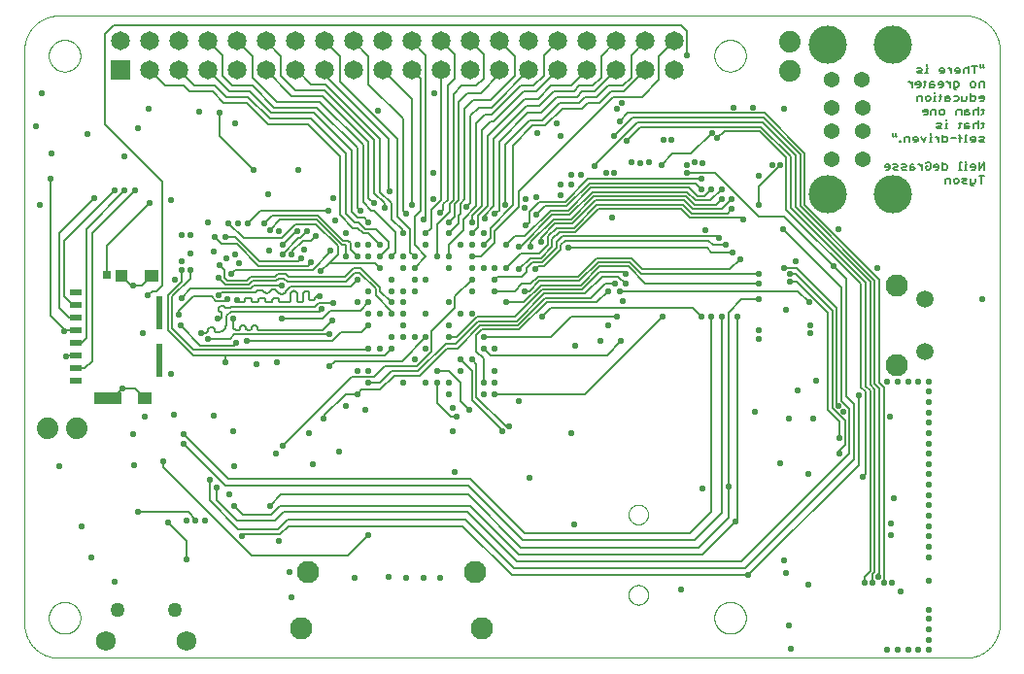
<source format=gbl>
G75*
%MOIN*%
%OFA0B0*%
%FSLAX25Y25*%
%IPPOS*%
%LPD*%
%AMOC8*
5,1,8,0,0,1.08239X$1,22.5*
%
%ADD10C,0.00000*%
%ADD11C,0.00600*%
%ADD12C,0.05400*%
%ADD13C,0.13100*%
%ADD14C,0.07677*%
%ADD15C,0.05020*%
%ADD16C,0.06791*%
%ADD17R,0.06500X0.06500*%
%ADD18C,0.06500*%
%ADD19C,0.07400*%
%ADD20C,0.05906*%
%ADD21R,0.03937X0.01969*%
%ADD22R,0.02165X0.11457*%
%ADD23R,0.04724X0.04134*%
%ADD24R,0.09409X0.04134*%
%ADD25R,0.04252X0.04134*%
%ADD26R,0.03071X0.02835*%
%ADD27OC8,0.02000*%
%ADD28C,0.00787*%
%ADD29OC8,0.02001*%
%ADD30OC8,0.02030*%
D10*
X0012924Y0005148D02*
X0323948Y0005148D01*
X0324233Y0005151D01*
X0324519Y0005162D01*
X0324804Y0005179D01*
X0325088Y0005203D01*
X0325372Y0005234D01*
X0325655Y0005272D01*
X0325936Y0005317D01*
X0326217Y0005368D01*
X0326497Y0005426D01*
X0326775Y0005491D01*
X0327051Y0005563D01*
X0327325Y0005641D01*
X0327598Y0005726D01*
X0327868Y0005818D01*
X0328136Y0005916D01*
X0328402Y0006020D01*
X0328665Y0006131D01*
X0328925Y0006248D01*
X0329183Y0006371D01*
X0329437Y0006501D01*
X0329688Y0006637D01*
X0329936Y0006778D01*
X0330180Y0006926D01*
X0330421Y0007079D01*
X0330657Y0007239D01*
X0330890Y0007404D01*
X0331119Y0007574D01*
X0331344Y0007750D01*
X0331564Y0007932D01*
X0331780Y0008118D01*
X0331991Y0008310D01*
X0332198Y0008507D01*
X0332400Y0008709D01*
X0332597Y0008916D01*
X0332789Y0009127D01*
X0332975Y0009343D01*
X0333157Y0009563D01*
X0333333Y0009788D01*
X0333503Y0010017D01*
X0333668Y0010250D01*
X0333828Y0010486D01*
X0333981Y0010727D01*
X0334129Y0010971D01*
X0334270Y0011219D01*
X0334406Y0011470D01*
X0334536Y0011724D01*
X0334659Y0011982D01*
X0334776Y0012242D01*
X0334887Y0012505D01*
X0334991Y0012771D01*
X0335089Y0013039D01*
X0335181Y0013309D01*
X0335266Y0013582D01*
X0335344Y0013856D01*
X0335416Y0014132D01*
X0335481Y0014410D01*
X0335539Y0014690D01*
X0335590Y0014971D01*
X0335635Y0015252D01*
X0335673Y0015535D01*
X0335704Y0015819D01*
X0335728Y0016103D01*
X0335745Y0016388D01*
X0335756Y0016674D01*
X0335759Y0016959D01*
X0335759Y0213809D01*
X0335756Y0214094D01*
X0335745Y0214380D01*
X0335728Y0214665D01*
X0335704Y0214949D01*
X0335673Y0215233D01*
X0335635Y0215516D01*
X0335590Y0215797D01*
X0335539Y0216078D01*
X0335481Y0216358D01*
X0335416Y0216636D01*
X0335344Y0216912D01*
X0335266Y0217186D01*
X0335181Y0217459D01*
X0335089Y0217729D01*
X0334991Y0217997D01*
X0334887Y0218263D01*
X0334776Y0218526D01*
X0334659Y0218786D01*
X0334536Y0219044D01*
X0334406Y0219298D01*
X0334270Y0219549D01*
X0334129Y0219797D01*
X0333981Y0220041D01*
X0333828Y0220282D01*
X0333668Y0220518D01*
X0333503Y0220751D01*
X0333333Y0220980D01*
X0333157Y0221205D01*
X0332975Y0221425D01*
X0332789Y0221641D01*
X0332597Y0221852D01*
X0332400Y0222059D01*
X0332198Y0222261D01*
X0331991Y0222458D01*
X0331780Y0222650D01*
X0331564Y0222836D01*
X0331344Y0223018D01*
X0331119Y0223194D01*
X0330890Y0223364D01*
X0330657Y0223529D01*
X0330421Y0223689D01*
X0330180Y0223842D01*
X0329936Y0223990D01*
X0329688Y0224131D01*
X0329437Y0224267D01*
X0329183Y0224397D01*
X0328925Y0224520D01*
X0328665Y0224637D01*
X0328402Y0224748D01*
X0328136Y0224852D01*
X0327868Y0224950D01*
X0327598Y0225042D01*
X0327325Y0225127D01*
X0327051Y0225205D01*
X0326775Y0225277D01*
X0326497Y0225342D01*
X0326217Y0225400D01*
X0325936Y0225451D01*
X0325655Y0225496D01*
X0325372Y0225534D01*
X0325088Y0225565D01*
X0324804Y0225589D01*
X0324519Y0225606D01*
X0324233Y0225617D01*
X0323948Y0225620D01*
X0012924Y0225620D01*
X0012639Y0225617D01*
X0012353Y0225606D01*
X0012068Y0225589D01*
X0011784Y0225565D01*
X0011500Y0225534D01*
X0011217Y0225496D01*
X0010936Y0225451D01*
X0010655Y0225400D01*
X0010375Y0225342D01*
X0010097Y0225277D01*
X0009821Y0225205D01*
X0009547Y0225127D01*
X0009274Y0225042D01*
X0009004Y0224950D01*
X0008736Y0224852D01*
X0008470Y0224748D01*
X0008207Y0224637D01*
X0007947Y0224520D01*
X0007689Y0224397D01*
X0007435Y0224267D01*
X0007184Y0224131D01*
X0006936Y0223990D01*
X0006692Y0223842D01*
X0006451Y0223689D01*
X0006215Y0223529D01*
X0005982Y0223364D01*
X0005753Y0223194D01*
X0005528Y0223018D01*
X0005308Y0222836D01*
X0005092Y0222650D01*
X0004881Y0222458D01*
X0004674Y0222261D01*
X0004472Y0222059D01*
X0004275Y0221852D01*
X0004083Y0221641D01*
X0003897Y0221425D01*
X0003715Y0221205D01*
X0003539Y0220980D01*
X0003369Y0220751D01*
X0003204Y0220518D01*
X0003044Y0220282D01*
X0002891Y0220041D01*
X0002743Y0219797D01*
X0002602Y0219549D01*
X0002466Y0219298D01*
X0002336Y0219044D01*
X0002213Y0218786D01*
X0002096Y0218526D01*
X0001985Y0218263D01*
X0001881Y0217997D01*
X0001783Y0217729D01*
X0001691Y0217459D01*
X0001606Y0217186D01*
X0001528Y0216912D01*
X0001456Y0216636D01*
X0001391Y0216358D01*
X0001333Y0216078D01*
X0001282Y0215797D01*
X0001237Y0215516D01*
X0001199Y0215233D01*
X0001168Y0214949D01*
X0001144Y0214665D01*
X0001127Y0214380D01*
X0001116Y0214094D01*
X0001113Y0213809D01*
X0001113Y0016959D01*
X0001116Y0016674D01*
X0001127Y0016388D01*
X0001144Y0016103D01*
X0001168Y0015819D01*
X0001199Y0015535D01*
X0001237Y0015252D01*
X0001282Y0014971D01*
X0001333Y0014690D01*
X0001391Y0014410D01*
X0001456Y0014132D01*
X0001528Y0013856D01*
X0001606Y0013582D01*
X0001691Y0013309D01*
X0001783Y0013039D01*
X0001881Y0012771D01*
X0001985Y0012505D01*
X0002096Y0012242D01*
X0002213Y0011982D01*
X0002336Y0011724D01*
X0002466Y0011470D01*
X0002602Y0011219D01*
X0002743Y0010971D01*
X0002891Y0010727D01*
X0003044Y0010486D01*
X0003204Y0010250D01*
X0003369Y0010017D01*
X0003539Y0009788D01*
X0003715Y0009563D01*
X0003897Y0009343D01*
X0004083Y0009127D01*
X0004275Y0008916D01*
X0004472Y0008709D01*
X0004674Y0008507D01*
X0004881Y0008310D01*
X0005092Y0008118D01*
X0005308Y0007932D01*
X0005528Y0007750D01*
X0005753Y0007574D01*
X0005982Y0007404D01*
X0006215Y0007239D01*
X0006451Y0007079D01*
X0006692Y0006926D01*
X0006936Y0006778D01*
X0007184Y0006637D01*
X0007435Y0006501D01*
X0007689Y0006371D01*
X0007947Y0006248D01*
X0008207Y0006131D01*
X0008470Y0006020D01*
X0008736Y0005916D01*
X0009004Y0005818D01*
X0009274Y0005726D01*
X0009547Y0005641D01*
X0009821Y0005563D01*
X0010097Y0005491D01*
X0010375Y0005426D01*
X0010655Y0005368D01*
X0010936Y0005317D01*
X0011217Y0005272D01*
X0011500Y0005234D01*
X0011784Y0005203D01*
X0012068Y0005179D01*
X0012353Y0005162D01*
X0012639Y0005151D01*
X0012924Y0005148D01*
X0009480Y0018927D02*
X0009482Y0019074D01*
X0009488Y0019220D01*
X0009498Y0019366D01*
X0009512Y0019512D01*
X0009530Y0019658D01*
X0009551Y0019803D01*
X0009577Y0019947D01*
X0009607Y0020091D01*
X0009640Y0020233D01*
X0009677Y0020375D01*
X0009718Y0020516D01*
X0009763Y0020655D01*
X0009812Y0020794D01*
X0009864Y0020931D01*
X0009921Y0021066D01*
X0009980Y0021200D01*
X0010044Y0021332D01*
X0010111Y0021462D01*
X0010181Y0021591D01*
X0010255Y0021718D01*
X0010332Y0021842D01*
X0010413Y0021965D01*
X0010497Y0022085D01*
X0010584Y0022203D01*
X0010674Y0022318D01*
X0010767Y0022431D01*
X0010864Y0022542D01*
X0010963Y0022650D01*
X0011065Y0022755D01*
X0011170Y0022857D01*
X0011278Y0022956D01*
X0011389Y0023053D01*
X0011502Y0023146D01*
X0011617Y0023236D01*
X0011735Y0023323D01*
X0011855Y0023407D01*
X0011978Y0023488D01*
X0012102Y0023565D01*
X0012229Y0023639D01*
X0012358Y0023709D01*
X0012488Y0023776D01*
X0012620Y0023840D01*
X0012754Y0023899D01*
X0012889Y0023956D01*
X0013026Y0024008D01*
X0013165Y0024057D01*
X0013304Y0024102D01*
X0013445Y0024143D01*
X0013587Y0024180D01*
X0013729Y0024213D01*
X0013873Y0024243D01*
X0014017Y0024269D01*
X0014162Y0024290D01*
X0014308Y0024308D01*
X0014454Y0024322D01*
X0014600Y0024332D01*
X0014746Y0024338D01*
X0014893Y0024340D01*
X0015040Y0024338D01*
X0015186Y0024332D01*
X0015332Y0024322D01*
X0015478Y0024308D01*
X0015624Y0024290D01*
X0015769Y0024269D01*
X0015913Y0024243D01*
X0016057Y0024213D01*
X0016199Y0024180D01*
X0016341Y0024143D01*
X0016482Y0024102D01*
X0016621Y0024057D01*
X0016760Y0024008D01*
X0016897Y0023956D01*
X0017032Y0023899D01*
X0017166Y0023840D01*
X0017298Y0023776D01*
X0017428Y0023709D01*
X0017557Y0023639D01*
X0017684Y0023565D01*
X0017808Y0023488D01*
X0017931Y0023407D01*
X0018051Y0023323D01*
X0018169Y0023236D01*
X0018284Y0023146D01*
X0018397Y0023053D01*
X0018508Y0022956D01*
X0018616Y0022857D01*
X0018721Y0022755D01*
X0018823Y0022650D01*
X0018922Y0022542D01*
X0019019Y0022431D01*
X0019112Y0022318D01*
X0019202Y0022203D01*
X0019289Y0022085D01*
X0019373Y0021965D01*
X0019454Y0021842D01*
X0019531Y0021718D01*
X0019605Y0021591D01*
X0019675Y0021462D01*
X0019742Y0021332D01*
X0019806Y0021200D01*
X0019865Y0021066D01*
X0019922Y0020931D01*
X0019974Y0020794D01*
X0020023Y0020655D01*
X0020068Y0020516D01*
X0020109Y0020375D01*
X0020146Y0020233D01*
X0020179Y0020091D01*
X0020209Y0019947D01*
X0020235Y0019803D01*
X0020256Y0019658D01*
X0020274Y0019512D01*
X0020288Y0019366D01*
X0020298Y0019220D01*
X0020304Y0019074D01*
X0020306Y0018927D01*
X0020304Y0018780D01*
X0020298Y0018634D01*
X0020288Y0018488D01*
X0020274Y0018342D01*
X0020256Y0018196D01*
X0020235Y0018051D01*
X0020209Y0017907D01*
X0020179Y0017763D01*
X0020146Y0017621D01*
X0020109Y0017479D01*
X0020068Y0017338D01*
X0020023Y0017199D01*
X0019974Y0017060D01*
X0019922Y0016923D01*
X0019865Y0016788D01*
X0019806Y0016654D01*
X0019742Y0016522D01*
X0019675Y0016392D01*
X0019605Y0016263D01*
X0019531Y0016136D01*
X0019454Y0016012D01*
X0019373Y0015889D01*
X0019289Y0015769D01*
X0019202Y0015651D01*
X0019112Y0015536D01*
X0019019Y0015423D01*
X0018922Y0015312D01*
X0018823Y0015204D01*
X0018721Y0015099D01*
X0018616Y0014997D01*
X0018508Y0014898D01*
X0018397Y0014801D01*
X0018284Y0014708D01*
X0018169Y0014618D01*
X0018051Y0014531D01*
X0017931Y0014447D01*
X0017808Y0014366D01*
X0017684Y0014289D01*
X0017557Y0014215D01*
X0017428Y0014145D01*
X0017298Y0014078D01*
X0017166Y0014014D01*
X0017032Y0013955D01*
X0016897Y0013898D01*
X0016760Y0013846D01*
X0016621Y0013797D01*
X0016482Y0013752D01*
X0016341Y0013711D01*
X0016199Y0013674D01*
X0016057Y0013641D01*
X0015913Y0013611D01*
X0015769Y0013585D01*
X0015624Y0013564D01*
X0015478Y0013546D01*
X0015332Y0013532D01*
X0015186Y0013522D01*
X0015040Y0013516D01*
X0014893Y0013514D01*
X0014746Y0013516D01*
X0014600Y0013522D01*
X0014454Y0013532D01*
X0014308Y0013546D01*
X0014162Y0013564D01*
X0014017Y0013585D01*
X0013873Y0013611D01*
X0013729Y0013641D01*
X0013587Y0013674D01*
X0013445Y0013711D01*
X0013304Y0013752D01*
X0013165Y0013797D01*
X0013026Y0013846D01*
X0012889Y0013898D01*
X0012754Y0013955D01*
X0012620Y0014014D01*
X0012488Y0014078D01*
X0012358Y0014145D01*
X0012229Y0014215D01*
X0012102Y0014289D01*
X0011978Y0014366D01*
X0011855Y0014447D01*
X0011735Y0014531D01*
X0011617Y0014618D01*
X0011502Y0014708D01*
X0011389Y0014801D01*
X0011278Y0014898D01*
X0011170Y0014997D01*
X0011065Y0015099D01*
X0010963Y0015204D01*
X0010864Y0015312D01*
X0010767Y0015423D01*
X0010674Y0015536D01*
X0010584Y0015651D01*
X0010497Y0015769D01*
X0010413Y0015889D01*
X0010332Y0016012D01*
X0010255Y0016136D01*
X0010181Y0016263D01*
X0010111Y0016392D01*
X0010044Y0016522D01*
X0009980Y0016654D01*
X0009921Y0016788D01*
X0009864Y0016923D01*
X0009812Y0017060D01*
X0009763Y0017199D01*
X0009718Y0017338D01*
X0009677Y0017479D01*
X0009640Y0017621D01*
X0009607Y0017763D01*
X0009577Y0017907D01*
X0009551Y0018051D01*
X0009530Y0018196D01*
X0009512Y0018342D01*
X0009498Y0018488D01*
X0009488Y0018634D01*
X0009482Y0018780D01*
X0009480Y0018927D01*
X0208397Y0026801D02*
X0208399Y0026916D01*
X0208405Y0027032D01*
X0208415Y0027147D01*
X0208429Y0027262D01*
X0208447Y0027376D01*
X0208469Y0027489D01*
X0208494Y0027602D01*
X0208524Y0027713D01*
X0208557Y0027824D01*
X0208594Y0027933D01*
X0208635Y0028041D01*
X0208680Y0028148D01*
X0208728Y0028253D01*
X0208780Y0028356D01*
X0208836Y0028457D01*
X0208895Y0028557D01*
X0208957Y0028654D01*
X0209023Y0028749D01*
X0209091Y0028842D01*
X0209163Y0028932D01*
X0209238Y0029020D01*
X0209317Y0029105D01*
X0209398Y0029187D01*
X0209481Y0029267D01*
X0209568Y0029343D01*
X0209657Y0029417D01*
X0209748Y0029487D01*
X0209842Y0029555D01*
X0209938Y0029619D01*
X0210037Y0029679D01*
X0210137Y0029736D01*
X0210239Y0029790D01*
X0210343Y0029840D01*
X0210449Y0029887D01*
X0210556Y0029930D01*
X0210665Y0029969D01*
X0210775Y0030004D01*
X0210886Y0030035D01*
X0210998Y0030063D01*
X0211111Y0030087D01*
X0211225Y0030107D01*
X0211340Y0030123D01*
X0211455Y0030135D01*
X0211570Y0030143D01*
X0211685Y0030147D01*
X0211801Y0030147D01*
X0211916Y0030143D01*
X0212031Y0030135D01*
X0212146Y0030123D01*
X0212261Y0030107D01*
X0212375Y0030087D01*
X0212488Y0030063D01*
X0212600Y0030035D01*
X0212711Y0030004D01*
X0212821Y0029969D01*
X0212930Y0029930D01*
X0213037Y0029887D01*
X0213143Y0029840D01*
X0213247Y0029790D01*
X0213349Y0029736D01*
X0213449Y0029679D01*
X0213548Y0029619D01*
X0213644Y0029555D01*
X0213738Y0029487D01*
X0213829Y0029417D01*
X0213918Y0029343D01*
X0214005Y0029267D01*
X0214088Y0029187D01*
X0214169Y0029105D01*
X0214248Y0029020D01*
X0214323Y0028932D01*
X0214395Y0028842D01*
X0214463Y0028749D01*
X0214529Y0028654D01*
X0214591Y0028557D01*
X0214650Y0028457D01*
X0214706Y0028356D01*
X0214758Y0028253D01*
X0214806Y0028148D01*
X0214851Y0028041D01*
X0214892Y0027933D01*
X0214929Y0027824D01*
X0214962Y0027713D01*
X0214992Y0027602D01*
X0215017Y0027489D01*
X0215039Y0027376D01*
X0215057Y0027262D01*
X0215071Y0027147D01*
X0215081Y0027032D01*
X0215087Y0026916D01*
X0215089Y0026801D01*
X0215087Y0026686D01*
X0215081Y0026570D01*
X0215071Y0026455D01*
X0215057Y0026340D01*
X0215039Y0026226D01*
X0215017Y0026113D01*
X0214992Y0026000D01*
X0214962Y0025889D01*
X0214929Y0025778D01*
X0214892Y0025669D01*
X0214851Y0025561D01*
X0214806Y0025454D01*
X0214758Y0025349D01*
X0214706Y0025246D01*
X0214650Y0025145D01*
X0214591Y0025045D01*
X0214529Y0024948D01*
X0214463Y0024853D01*
X0214395Y0024760D01*
X0214323Y0024670D01*
X0214248Y0024582D01*
X0214169Y0024497D01*
X0214088Y0024415D01*
X0214005Y0024335D01*
X0213918Y0024259D01*
X0213829Y0024185D01*
X0213738Y0024115D01*
X0213644Y0024047D01*
X0213548Y0023983D01*
X0213449Y0023923D01*
X0213349Y0023866D01*
X0213247Y0023812D01*
X0213143Y0023762D01*
X0213037Y0023715D01*
X0212930Y0023672D01*
X0212821Y0023633D01*
X0212711Y0023598D01*
X0212600Y0023567D01*
X0212488Y0023539D01*
X0212375Y0023515D01*
X0212261Y0023495D01*
X0212146Y0023479D01*
X0212031Y0023467D01*
X0211916Y0023459D01*
X0211801Y0023455D01*
X0211685Y0023455D01*
X0211570Y0023459D01*
X0211455Y0023467D01*
X0211340Y0023479D01*
X0211225Y0023495D01*
X0211111Y0023515D01*
X0210998Y0023539D01*
X0210886Y0023567D01*
X0210775Y0023598D01*
X0210665Y0023633D01*
X0210556Y0023672D01*
X0210449Y0023715D01*
X0210343Y0023762D01*
X0210239Y0023812D01*
X0210137Y0023866D01*
X0210037Y0023923D01*
X0209938Y0023983D01*
X0209842Y0024047D01*
X0209748Y0024115D01*
X0209657Y0024185D01*
X0209568Y0024259D01*
X0209481Y0024335D01*
X0209398Y0024415D01*
X0209317Y0024497D01*
X0209238Y0024582D01*
X0209163Y0024670D01*
X0209091Y0024760D01*
X0209023Y0024853D01*
X0208957Y0024948D01*
X0208895Y0025045D01*
X0208836Y0025145D01*
X0208780Y0025246D01*
X0208728Y0025349D01*
X0208680Y0025454D01*
X0208635Y0025561D01*
X0208594Y0025669D01*
X0208557Y0025778D01*
X0208524Y0025889D01*
X0208494Y0026000D01*
X0208469Y0026113D01*
X0208447Y0026226D01*
X0208429Y0026340D01*
X0208415Y0026455D01*
X0208405Y0026570D01*
X0208399Y0026686D01*
X0208397Y0026801D01*
X0237826Y0018927D02*
X0237828Y0019074D01*
X0237834Y0019220D01*
X0237844Y0019366D01*
X0237858Y0019512D01*
X0237876Y0019658D01*
X0237897Y0019803D01*
X0237923Y0019947D01*
X0237953Y0020091D01*
X0237986Y0020233D01*
X0238023Y0020375D01*
X0238064Y0020516D01*
X0238109Y0020655D01*
X0238158Y0020794D01*
X0238210Y0020931D01*
X0238267Y0021066D01*
X0238326Y0021200D01*
X0238390Y0021332D01*
X0238457Y0021462D01*
X0238527Y0021591D01*
X0238601Y0021718D01*
X0238678Y0021842D01*
X0238759Y0021965D01*
X0238843Y0022085D01*
X0238930Y0022203D01*
X0239020Y0022318D01*
X0239113Y0022431D01*
X0239210Y0022542D01*
X0239309Y0022650D01*
X0239411Y0022755D01*
X0239516Y0022857D01*
X0239624Y0022956D01*
X0239735Y0023053D01*
X0239848Y0023146D01*
X0239963Y0023236D01*
X0240081Y0023323D01*
X0240201Y0023407D01*
X0240324Y0023488D01*
X0240448Y0023565D01*
X0240575Y0023639D01*
X0240704Y0023709D01*
X0240834Y0023776D01*
X0240966Y0023840D01*
X0241100Y0023899D01*
X0241235Y0023956D01*
X0241372Y0024008D01*
X0241511Y0024057D01*
X0241650Y0024102D01*
X0241791Y0024143D01*
X0241933Y0024180D01*
X0242075Y0024213D01*
X0242219Y0024243D01*
X0242363Y0024269D01*
X0242508Y0024290D01*
X0242654Y0024308D01*
X0242800Y0024322D01*
X0242946Y0024332D01*
X0243092Y0024338D01*
X0243239Y0024340D01*
X0243386Y0024338D01*
X0243532Y0024332D01*
X0243678Y0024322D01*
X0243824Y0024308D01*
X0243970Y0024290D01*
X0244115Y0024269D01*
X0244259Y0024243D01*
X0244403Y0024213D01*
X0244545Y0024180D01*
X0244687Y0024143D01*
X0244828Y0024102D01*
X0244967Y0024057D01*
X0245106Y0024008D01*
X0245243Y0023956D01*
X0245378Y0023899D01*
X0245512Y0023840D01*
X0245644Y0023776D01*
X0245774Y0023709D01*
X0245903Y0023639D01*
X0246030Y0023565D01*
X0246154Y0023488D01*
X0246277Y0023407D01*
X0246397Y0023323D01*
X0246515Y0023236D01*
X0246630Y0023146D01*
X0246743Y0023053D01*
X0246854Y0022956D01*
X0246962Y0022857D01*
X0247067Y0022755D01*
X0247169Y0022650D01*
X0247268Y0022542D01*
X0247365Y0022431D01*
X0247458Y0022318D01*
X0247548Y0022203D01*
X0247635Y0022085D01*
X0247719Y0021965D01*
X0247800Y0021842D01*
X0247877Y0021718D01*
X0247951Y0021591D01*
X0248021Y0021462D01*
X0248088Y0021332D01*
X0248152Y0021200D01*
X0248211Y0021066D01*
X0248268Y0020931D01*
X0248320Y0020794D01*
X0248369Y0020655D01*
X0248414Y0020516D01*
X0248455Y0020375D01*
X0248492Y0020233D01*
X0248525Y0020091D01*
X0248555Y0019947D01*
X0248581Y0019803D01*
X0248602Y0019658D01*
X0248620Y0019512D01*
X0248634Y0019366D01*
X0248644Y0019220D01*
X0248650Y0019074D01*
X0248652Y0018927D01*
X0248650Y0018780D01*
X0248644Y0018634D01*
X0248634Y0018488D01*
X0248620Y0018342D01*
X0248602Y0018196D01*
X0248581Y0018051D01*
X0248555Y0017907D01*
X0248525Y0017763D01*
X0248492Y0017621D01*
X0248455Y0017479D01*
X0248414Y0017338D01*
X0248369Y0017199D01*
X0248320Y0017060D01*
X0248268Y0016923D01*
X0248211Y0016788D01*
X0248152Y0016654D01*
X0248088Y0016522D01*
X0248021Y0016392D01*
X0247951Y0016263D01*
X0247877Y0016136D01*
X0247800Y0016012D01*
X0247719Y0015889D01*
X0247635Y0015769D01*
X0247548Y0015651D01*
X0247458Y0015536D01*
X0247365Y0015423D01*
X0247268Y0015312D01*
X0247169Y0015204D01*
X0247067Y0015099D01*
X0246962Y0014997D01*
X0246854Y0014898D01*
X0246743Y0014801D01*
X0246630Y0014708D01*
X0246515Y0014618D01*
X0246397Y0014531D01*
X0246277Y0014447D01*
X0246154Y0014366D01*
X0246030Y0014289D01*
X0245903Y0014215D01*
X0245774Y0014145D01*
X0245644Y0014078D01*
X0245512Y0014014D01*
X0245378Y0013955D01*
X0245243Y0013898D01*
X0245106Y0013846D01*
X0244967Y0013797D01*
X0244828Y0013752D01*
X0244687Y0013711D01*
X0244545Y0013674D01*
X0244403Y0013641D01*
X0244259Y0013611D01*
X0244115Y0013585D01*
X0243970Y0013564D01*
X0243824Y0013546D01*
X0243678Y0013532D01*
X0243532Y0013522D01*
X0243386Y0013516D01*
X0243239Y0013514D01*
X0243092Y0013516D01*
X0242946Y0013522D01*
X0242800Y0013532D01*
X0242654Y0013546D01*
X0242508Y0013564D01*
X0242363Y0013585D01*
X0242219Y0013611D01*
X0242075Y0013641D01*
X0241933Y0013674D01*
X0241791Y0013711D01*
X0241650Y0013752D01*
X0241511Y0013797D01*
X0241372Y0013846D01*
X0241235Y0013898D01*
X0241100Y0013955D01*
X0240966Y0014014D01*
X0240834Y0014078D01*
X0240704Y0014145D01*
X0240575Y0014215D01*
X0240448Y0014289D01*
X0240324Y0014366D01*
X0240201Y0014447D01*
X0240081Y0014531D01*
X0239963Y0014618D01*
X0239848Y0014708D01*
X0239735Y0014801D01*
X0239624Y0014898D01*
X0239516Y0014997D01*
X0239411Y0015099D01*
X0239309Y0015204D01*
X0239210Y0015312D01*
X0239113Y0015423D01*
X0239020Y0015536D01*
X0238930Y0015651D01*
X0238843Y0015769D01*
X0238759Y0015889D01*
X0238678Y0016012D01*
X0238601Y0016136D01*
X0238527Y0016263D01*
X0238457Y0016392D01*
X0238390Y0016522D01*
X0238326Y0016654D01*
X0238267Y0016788D01*
X0238210Y0016923D01*
X0238158Y0017060D01*
X0238109Y0017199D01*
X0238064Y0017338D01*
X0238023Y0017479D01*
X0237986Y0017621D01*
X0237953Y0017763D01*
X0237923Y0017907D01*
X0237897Y0018051D01*
X0237876Y0018196D01*
X0237858Y0018342D01*
X0237844Y0018488D01*
X0237834Y0018634D01*
X0237828Y0018780D01*
X0237826Y0018927D01*
X0208397Y0054360D02*
X0208399Y0054475D01*
X0208405Y0054591D01*
X0208415Y0054706D01*
X0208429Y0054821D01*
X0208447Y0054935D01*
X0208469Y0055048D01*
X0208494Y0055161D01*
X0208524Y0055272D01*
X0208557Y0055383D01*
X0208594Y0055492D01*
X0208635Y0055600D01*
X0208680Y0055707D01*
X0208728Y0055812D01*
X0208780Y0055915D01*
X0208836Y0056016D01*
X0208895Y0056116D01*
X0208957Y0056213D01*
X0209023Y0056308D01*
X0209091Y0056401D01*
X0209163Y0056491D01*
X0209238Y0056579D01*
X0209317Y0056664D01*
X0209398Y0056746D01*
X0209481Y0056826D01*
X0209568Y0056902D01*
X0209657Y0056976D01*
X0209748Y0057046D01*
X0209842Y0057114D01*
X0209938Y0057178D01*
X0210037Y0057238D01*
X0210137Y0057295D01*
X0210239Y0057349D01*
X0210343Y0057399D01*
X0210449Y0057446D01*
X0210556Y0057489D01*
X0210665Y0057528D01*
X0210775Y0057563D01*
X0210886Y0057594D01*
X0210998Y0057622D01*
X0211111Y0057646D01*
X0211225Y0057666D01*
X0211340Y0057682D01*
X0211455Y0057694D01*
X0211570Y0057702D01*
X0211685Y0057706D01*
X0211801Y0057706D01*
X0211916Y0057702D01*
X0212031Y0057694D01*
X0212146Y0057682D01*
X0212261Y0057666D01*
X0212375Y0057646D01*
X0212488Y0057622D01*
X0212600Y0057594D01*
X0212711Y0057563D01*
X0212821Y0057528D01*
X0212930Y0057489D01*
X0213037Y0057446D01*
X0213143Y0057399D01*
X0213247Y0057349D01*
X0213349Y0057295D01*
X0213449Y0057238D01*
X0213548Y0057178D01*
X0213644Y0057114D01*
X0213738Y0057046D01*
X0213829Y0056976D01*
X0213918Y0056902D01*
X0214005Y0056826D01*
X0214088Y0056746D01*
X0214169Y0056664D01*
X0214248Y0056579D01*
X0214323Y0056491D01*
X0214395Y0056401D01*
X0214463Y0056308D01*
X0214529Y0056213D01*
X0214591Y0056116D01*
X0214650Y0056016D01*
X0214706Y0055915D01*
X0214758Y0055812D01*
X0214806Y0055707D01*
X0214851Y0055600D01*
X0214892Y0055492D01*
X0214929Y0055383D01*
X0214962Y0055272D01*
X0214992Y0055161D01*
X0215017Y0055048D01*
X0215039Y0054935D01*
X0215057Y0054821D01*
X0215071Y0054706D01*
X0215081Y0054591D01*
X0215087Y0054475D01*
X0215089Y0054360D01*
X0215087Y0054245D01*
X0215081Y0054129D01*
X0215071Y0054014D01*
X0215057Y0053899D01*
X0215039Y0053785D01*
X0215017Y0053672D01*
X0214992Y0053559D01*
X0214962Y0053448D01*
X0214929Y0053337D01*
X0214892Y0053228D01*
X0214851Y0053120D01*
X0214806Y0053013D01*
X0214758Y0052908D01*
X0214706Y0052805D01*
X0214650Y0052704D01*
X0214591Y0052604D01*
X0214529Y0052507D01*
X0214463Y0052412D01*
X0214395Y0052319D01*
X0214323Y0052229D01*
X0214248Y0052141D01*
X0214169Y0052056D01*
X0214088Y0051974D01*
X0214005Y0051894D01*
X0213918Y0051818D01*
X0213829Y0051744D01*
X0213738Y0051674D01*
X0213644Y0051606D01*
X0213548Y0051542D01*
X0213449Y0051482D01*
X0213349Y0051425D01*
X0213247Y0051371D01*
X0213143Y0051321D01*
X0213037Y0051274D01*
X0212930Y0051231D01*
X0212821Y0051192D01*
X0212711Y0051157D01*
X0212600Y0051126D01*
X0212488Y0051098D01*
X0212375Y0051074D01*
X0212261Y0051054D01*
X0212146Y0051038D01*
X0212031Y0051026D01*
X0211916Y0051018D01*
X0211801Y0051014D01*
X0211685Y0051014D01*
X0211570Y0051018D01*
X0211455Y0051026D01*
X0211340Y0051038D01*
X0211225Y0051054D01*
X0211111Y0051074D01*
X0210998Y0051098D01*
X0210886Y0051126D01*
X0210775Y0051157D01*
X0210665Y0051192D01*
X0210556Y0051231D01*
X0210449Y0051274D01*
X0210343Y0051321D01*
X0210239Y0051371D01*
X0210137Y0051425D01*
X0210037Y0051482D01*
X0209938Y0051542D01*
X0209842Y0051606D01*
X0209748Y0051674D01*
X0209657Y0051744D01*
X0209568Y0051818D01*
X0209481Y0051894D01*
X0209398Y0051974D01*
X0209317Y0052056D01*
X0209238Y0052141D01*
X0209163Y0052229D01*
X0209091Y0052319D01*
X0209023Y0052412D01*
X0208957Y0052507D01*
X0208895Y0052604D01*
X0208836Y0052704D01*
X0208780Y0052805D01*
X0208728Y0052908D01*
X0208680Y0053013D01*
X0208635Y0053120D01*
X0208594Y0053228D01*
X0208557Y0053337D01*
X0208524Y0053448D01*
X0208494Y0053559D01*
X0208469Y0053672D01*
X0208447Y0053785D01*
X0208429Y0053899D01*
X0208415Y0054014D01*
X0208405Y0054129D01*
X0208399Y0054245D01*
X0208397Y0054360D01*
X0237826Y0211841D02*
X0237828Y0211988D01*
X0237834Y0212134D01*
X0237844Y0212280D01*
X0237858Y0212426D01*
X0237876Y0212572D01*
X0237897Y0212717D01*
X0237923Y0212861D01*
X0237953Y0213005D01*
X0237986Y0213147D01*
X0238023Y0213289D01*
X0238064Y0213430D01*
X0238109Y0213569D01*
X0238158Y0213708D01*
X0238210Y0213845D01*
X0238267Y0213980D01*
X0238326Y0214114D01*
X0238390Y0214246D01*
X0238457Y0214376D01*
X0238527Y0214505D01*
X0238601Y0214632D01*
X0238678Y0214756D01*
X0238759Y0214879D01*
X0238843Y0214999D01*
X0238930Y0215117D01*
X0239020Y0215232D01*
X0239113Y0215345D01*
X0239210Y0215456D01*
X0239309Y0215564D01*
X0239411Y0215669D01*
X0239516Y0215771D01*
X0239624Y0215870D01*
X0239735Y0215967D01*
X0239848Y0216060D01*
X0239963Y0216150D01*
X0240081Y0216237D01*
X0240201Y0216321D01*
X0240324Y0216402D01*
X0240448Y0216479D01*
X0240575Y0216553D01*
X0240704Y0216623D01*
X0240834Y0216690D01*
X0240966Y0216754D01*
X0241100Y0216813D01*
X0241235Y0216870D01*
X0241372Y0216922D01*
X0241511Y0216971D01*
X0241650Y0217016D01*
X0241791Y0217057D01*
X0241933Y0217094D01*
X0242075Y0217127D01*
X0242219Y0217157D01*
X0242363Y0217183D01*
X0242508Y0217204D01*
X0242654Y0217222D01*
X0242800Y0217236D01*
X0242946Y0217246D01*
X0243092Y0217252D01*
X0243239Y0217254D01*
X0243386Y0217252D01*
X0243532Y0217246D01*
X0243678Y0217236D01*
X0243824Y0217222D01*
X0243970Y0217204D01*
X0244115Y0217183D01*
X0244259Y0217157D01*
X0244403Y0217127D01*
X0244545Y0217094D01*
X0244687Y0217057D01*
X0244828Y0217016D01*
X0244967Y0216971D01*
X0245106Y0216922D01*
X0245243Y0216870D01*
X0245378Y0216813D01*
X0245512Y0216754D01*
X0245644Y0216690D01*
X0245774Y0216623D01*
X0245903Y0216553D01*
X0246030Y0216479D01*
X0246154Y0216402D01*
X0246277Y0216321D01*
X0246397Y0216237D01*
X0246515Y0216150D01*
X0246630Y0216060D01*
X0246743Y0215967D01*
X0246854Y0215870D01*
X0246962Y0215771D01*
X0247067Y0215669D01*
X0247169Y0215564D01*
X0247268Y0215456D01*
X0247365Y0215345D01*
X0247458Y0215232D01*
X0247548Y0215117D01*
X0247635Y0214999D01*
X0247719Y0214879D01*
X0247800Y0214756D01*
X0247877Y0214632D01*
X0247951Y0214505D01*
X0248021Y0214376D01*
X0248088Y0214246D01*
X0248152Y0214114D01*
X0248211Y0213980D01*
X0248268Y0213845D01*
X0248320Y0213708D01*
X0248369Y0213569D01*
X0248414Y0213430D01*
X0248455Y0213289D01*
X0248492Y0213147D01*
X0248525Y0213005D01*
X0248555Y0212861D01*
X0248581Y0212717D01*
X0248602Y0212572D01*
X0248620Y0212426D01*
X0248634Y0212280D01*
X0248644Y0212134D01*
X0248650Y0211988D01*
X0248652Y0211841D01*
X0248650Y0211694D01*
X0248644Y0211548D01*
X0248634Y0211402D01*
X0248620Y0211256D01*
X0248602Y0211110D01*
X0248581Y0210965D01*
X0248555Y0210821D01*
X0248525Y0210677D01*
X0248492Y0210535D01*
X0248455Y0210393D01*
X0248414Y0210252D01*
X0248369Y0210113D01*
X0248320Y0209974D01*
X0248268Y0209837D01*
X0248211Y0209702D01*
X0248152Y0209568D01*
X0248088Y0209436D01*
X0248021Y0209306D01*
X0247951Y0209177D01*
X0247877Y0209050D01*
X0247800Y0208926D01*
X0247719Y0208803D01*
X0247635Y0208683D01*
X0247548Y0208565D01*
X0247458Y0208450D01*
X0247365Y0208337D01*
X0247268Y0208226D01*
X0247169Y0208118D01*
X0247067Y0208013D01*
X0246962Y0207911D01*
X0246854Y0207812D01*
X0246743Y0207715D01*
X0246630Y0207622D01*
X0246515Y0207532D01*
X0246397Y0207445D01*
X0246277Y0207361D01*
X0246154Y0207280D01*
X0246030Y0207203D01*
X0245903Y0207129D01*
X0245774Y0207059D01*
X0245644Y0206992D01*
X0245512Y0206928D01*
X0245378Y0206869D01*
X0245243Y0206812D01*
X0245106Y0206760D01*
X0244967Y0206711D01*
X0244828Y0206666D01*
X0244687Y0206625D01*
X0244545Y0206588D01*
X0244403Y0206555D01*
X0244259Y0206525D01*
X0244115Y0206499D01*
X0243970Y0206478D01*
X0243824Y0206460D01*
X0243678Y0206446D01*
X0243532Y0206436D01*
X0243386Y0206430D01*
X0243239Y0206428D01*
X0243092Y0206430D01*
X0242946Y0206436D01*
X0242800Y0206446D01*
X0242654Y0206460D01*
X0242508Y0206478D01*
X0242363Y0206499D01*
X0242219Y0206525D01*
X0242075Y0206555D01*
X0241933Y0206588D01*
X0241791Y0206625D01*
X0241650Y0206666D01*
X0241511Y0206711D01*
X0241372Y0206760D01*
X0241235Y0206812D01*
X0241100Y0206869D01*
X0240966Y0206928D01*
X0240834Y0206992D01*
X0240704Y0207059D01*
X0240575Y0207129D01*
X0240448Y0207203D01*
X0240324Y0207280D01*
X0240201Y0207361D01*
X0240081Y0207445D01*
X0239963Y0207532D01*
X0239848Y0207622D01*
X0239735Y0207715D01*
X0239624Y0207812D01*
X0239516Y0207911D01*
X0239411Y0208013D01*
X0239309Y0208118D01*
X0239210Y0208226D01*
X0239113Y0208337D01*
X0239020Y0208450D01*
X0238930Y0208565D01*
X0238843Y0208683D01*
X0238759Y0208803D01*
X0238678Y0208926D01*
X0238601Y0209050D01*
X0238527Y0209177D01*
X0238457Y0209306D01*
X0238390Y0209436D01*
X0238326Y0209568D01*
X0238267Y0209702D01*
X0238210Y0209837D01*
X0238158Y0209974D01*
X0238109Y0210113D01*
X0238064Y0210252D01*
X0238023Y0210393D01*
X0237986Y0210535D01*
X0237953Y0210677D01*
X0237923Y0210821D01*
X0237897Y0210965D01*
X0237876Y0211110D01*
X0237858Y0211256D01*
X0237844Y0211402D01*
X0237834Y0211548D01*
X0237828Y0211694D01*
X0237826Y0211841D01*
X0009480Y0211841D02*
X0009482Y0211988D01*
X0009488Y0212134D01*
X0009498Y0212280D01*
X0009512Y0212426D01*
X0009530Y0212572D01*
X0009551Y0212717D01*
X0009577Y0212861D01*
X0009607Y0213005D01*
X0009640Y0213147D01*
X0009677Y0213289D01*
X0009718Y0213430D01*
X0009763Y0213569D01*
X0009812Y0213708D01*
X0009864Y0213845D01*
X0009921Y0213980D01*
X0009980Y0214114D01*
X0010044Y0214246D01*
X0010111Y0214376D01*
X0010181Y0214505D01*
X0010255Y0214632D01*
X0010332Y0214756D01*
X0010413Y0214879D01*
X0010497Y0214999D01*
X0010584Y0215117D01*
X0010674Y0215232D01*
X0010767Y0215345D01*
X0010864Y0215456D01*
X0010963Y0215564D01*
X0011065Y0215669D01*
X0011170Y0215771D01*
X0011278Y0215870D01*
X0011389Y0215967D01*
X0011502Y0216060D01*
X0011617Y0216150D01*
X0011735Y0216237D01*
X0011855Y0216321D01*
X0011978Y0216402D01*
X0012102Y0216479D01*
X0012229Y0216553D01*
X0012358Y0216623D01*
X0012488Y0216690D01*
X0012620Y0216754D01*
X0012754Y0216813D01*
X0012889Y0216870D01*
X0013026Y0216922D01*
X0013165Y0216971D01*
X0013304Y0217016D01*
X0013445Y0217057D01*
X0013587Y0217094D01*
X0013729Y0217127D01*
X0013873Y0217157D01*
X0014017Y0217183D01*
X0014162Y0217204D01*
X0014308Y0217222D01*
X0014454Y0217236D01*
X0014600Y0217246D01*
X0014746Y0217252D01*
X0014893Y0217254D01*
X0015040Y0217252D01*
X0015186Y0217246D01*
X0015332Y0217236D01*
X0015478Y0217222D01*
X0015624Y0217204D01*
X0015769Y0217183D01*
X0015913Y0217157D01*
X0016057Y0217127D01*
X0016199Y0217094D01*
X0016341Y0217057D01*
X0016482Y0217016D01*
X0016621Y0216971D01*
X0016760Y0216922D01*
X0016897Y0216870D01*
X0017032Y0216813D01*
X0017166Y0216754D01*
X0017298Y0216690D01*
X0017428Y0216623D01*
X0017557Y0216553D01*
X0017684Y0216479D01*
X0017808Y0216402D01*
X0017931Y0216321D01*
X0018051Y0216237D01*
X0018169Y0216150D01*
X0018284Y0216060D01*
X0018397Y0215967D01*
X0018508Y0215870D01*
X0018616Y0215771D01*
X0018721Y0215669D01*
X0018823Y0215564D01*
X0018922Y0215456D01*
X0019019Y0215345D01*
X0019112Y0215232D01*
X0019202Y0215117D01*
X0019289Y0214999D01*
X0019373Y0214879D01*
X0019454Y0214756D01*
X0019531Y0214632D01*
X0019605Y0214505D01*
X0019675Y0214376D01*
X0019742Y0214246D01*
X0019806Y0214114D01*
X0019865Y0213980D01*
X0019922Y0213845D01*
X0019974Y0213708D01*
X0020023Y0213569D01*
X0020068Y0213430D01*
X0020109Y0213289D01*
X0020146Y0213147D01*
X0020179Y0213005D01*
X0020209Y0212861D01*
X0020235Y0212717D01*
X0020256Y0212572D01*
X0020274Y0212426D01*
X0020288Y0212280D01*
X0020298Y0212134D01*
X0020304Y0211988D01*
X0020306Y0211841D01*
X0020304Y0211694D01*
X0020298Y0211548D01*
X0020288Y0211402D01*
X0020274Y0211256D01*
X0020256Y0211110D01*
X0020235Y0210965D01*
X0020209Y0210821D01*
X0020179Y0210677D01*
X0020146Y0210535D01*
X0020109Y0210393D01*
X0020068Y0210252D01*
X0020023Y0210113D01*
X0019974Y0209974D01*
X0019922Y0209837D01*
X0019865Y0209702D01*
X0019806Y0209568D01*
X0019742Y0209436D01*
X0019675Y0209306D01*
X0019605Y0209177D01*
X0019531Y0209050D01*
X0019454Y0208926D01*
X0019373Y0208803D01*
X0019289Y0208683D01*
X0019202Y0208565D01*
X0019112Y0208450D01*
X0019019Y0208337D01*
X0018922Y0208226D01*
X0018823Y0208118D01*
X0018721Y0208013D01*
X0018616Y0207911D01*
X0018508Y0207812D01*
X0018397Y0207715D01*
X0018284Y0207622D01*
X0018169Y0207532D01*
X0018051Y0207445D01*
X0017931Y0207361D01*
X0017808Y0207280D01*
X0017684Y0207203D01*
X0017557Y0207129D01*
X0017428Y0207059D01*
X0017298Y0206992D01*
X0017166Y0206928D01*
X0017032Y0206869D01*
X0016897Y0206812D01*
X0016760Y0206760D01*
X0016621Y0206711D01*
X0016482Y0206666D01*
X0016341Y0206625D01*
X0016199Y0206588D01*
X0016057Y0206555D01*
X0015913Y0206525D01*
X0015769Y0206499D01*
X0015624Y0206478D01*
X0015478Y0206460D01*
X0015332Y0206446D01*
X0015186Y0206436D01*
X0015040Y0206430D01*
X0014893Y0206428D01*
X0014746Y0206430D01*
X0014600Y0206436D01*
X0014454Y0206446D01*
X0014308Y0206460D01*
X0014162Y0206478D01*
X0014017Y0206499D01*
X0013873Y0206525D01*
X0013729Y0206555D01*
X0013587Y0206588D01*
X0013445Y0206625D01*
X0013304Y0206666D01*
X0013165Y0206711D01*
X0013026Y0206760D01*
X0012889Y0206812D01*
X0012754Y0206869D01*
X0012620Y0206928D01*
X0012488Y0206992D01*
X0012358Y0207059D01*
X0012229Y0207129D01*
X0012102Y0207203D01*
X0011978Y0207280D01*
X0011855Y0207361D01*
X0011735Y0207445D01*
X0011617Y0207532D01*
X0011502Y0207622D01*
X0011389Y0207715D01*
X0011278Y0207812D01*
X0011170Y0207911D01*
X0011065Y0208013D01*
X0010963Y0208118D01*
X0010864Y0208226D01*
X0010767Y0208337D01*
X0010674Y0208450D01*
X0010584Y0208565D01*
X0010497Y0208683D01*
X0010413Y0208803D01*
X0010332Y0208926D01*
X0010255Y0209050D01*
X0010181Y0209177D01*
X0010111Y0209306D01*
X0010044Y0209436D01*
X0009980Y0209568D01*
X0009921Y0209702D01*
X0009864Y0209837D01*
X0009812Y0209974D01*
X0009763Y0210113D01*
X0009718Y0210252D01*
X0009677Y0210393D01*
X0009640Y0210535D01*
X0009607Y0210677D01*
X0009577Y0210821D01*
X0009551Y0210965D01*
X0009530Y0211110D01*
X0009512Y0211256D01*
X0009498Y0211402D01*
X0009488Y0211548D01*
X0009482Y0211694D01*
X0009480Y0211841D01*
D11*
X0028672Y0219222D02*
X0031625Y0222175D01*
X0226507Y0222175D01*
X0228377Y0220305D01*
X0228377Y0211841D01*
X0224066Y0216841D02*
X0218830Y0211604D01*
X0218830Y0203573D01*
X0212924Y0197667D01*
X0203081Y0197667D01*
X0170798Y0165384D01*
X0170798Y0159872D01*
X0162530Y0151604D01*
X0162530Y0147667D01*
X0157806Y0142943D01*
X0154656Y0142943D01*
X0158593Y0146880D02*
X0160956Y0149242D01*
X0160956Y0152785D01*
X0168830Y0160659D01*
X0168830Y0181132D01*
X0175522Y0187825D01*
X0179853Y0187825D01*
X0185759Y0193730D01*
X0192452Y0193730D01*
X0194420Y0195699D01*
X0198357Y0195699D01*
X0202294Y0199636D01*
X0206861Y0199636D01*
X0214066Y0206841D01*
X0209282Y0204459D02*
X0209282Y0212057D01*
X0214066Y0216841D01*
X0204066Y0216841D02*
X0198948Y0211722D01*
X0198948Y0204459D01*
X0195995Y0201506D01*
X0191566Y0201506D01*
X0189597Y0199537D01*
X0182707Y0199537D01*
X0177786Y0194616D01*
X0173357Y0194616D01*
X0162038Y0183297D01*
X0162038Y0160167D01*
X0158987Y0157116D01*
X0158987Y0155935D01*
X0156822Y0156919D02*
X0156822Y0152982D01*
X0154656Y0150817D01*
X0151704Y0151801D02*
X0146782Y0146880D01*
X0146782Y0142943D01*
X0142845Y0142943D02*
X0142845Y0153967D01*
X0147176Y0158297D01*
X0147176Y0161053D01*
X0148259Y0162136D01*
X0148259Y0198553D01*
X0151211Y0201506D01*
X0156133Y0201506D01*
X0158593Y0203967D01*
X0158593Y0212313D01*
X0154066Y0216841D01*
X0148751Y0212156D02*
X0148751Y0203967D01*
X0146290Y0201506D01*
X0146290Y0162333D01*
X0144814Y0160856D01*
X0144814Y0159085D01*
X0143830Y0158100D01*
X0140877Y0159085D02*
X0140877Y0152785D01*
X0138908Y0150817D01*
X0133495Y0152293D02*
X0133495Y0144419D01*
X0134971Y0142943D01*
X0134971Y0146880D02*
X0134971Y0156722D01*
X0136940Y0158691D01*
X0136940Y0203967D01*
X0134066Y0206841D01*
X0138908Y0211998D02*
X0134066Y0216841D01*
X0138908Y0211998D02*
X0138908Y0156722D01*
X0137924Y0155738D01*
X0133495Y0152293D02*
X0129066Y0156722D01*
X0129066Y0183297D01*
X0109381Y0202982D01*
X0109381Y0211526D01*
X0104066Y0216841D01*
X0114066Y0216841D02*
X0119223Y0211683D01*
X0119223Y0201998D01*
X0131034Y0190187D01*
X0131034Y0158691D01*
X0132019Y0157707D01*
X0133987Y0160659D02*
X0133987Y0196919D01*
X0124066Y0206841D01*
X0144066Y0206841D02*
X0144066Y0162274D01*
X0140877Y0159085D01*
X0146782Y0154754D02*
X0148751Y0156722D01*
X0148751Y0160856D01*
X0150227Y0162333D01*
X0150227Y0196093D01*
X0153180Y0199045D01*
X0157609Y0199045D01*
X0164066Y0205502D01*
X0164066Y0206841D01*
X0169420Y0204951D02*
X0169420Y0211486D01*
X0164066Y0216841D01*
X0179263Y0212037D02*
X0179263Y0204951D01*
X0175818Y0201506D01*
X0171389Y0201506D01*
X0161546Y0191663D01*
X0159085Y0191663D01*
X0156133Y0188711D01*
X0156133Y0160167D01*
X0151704Y0155738D01*
X0151704Y0151801D01*
X0150129Y0154163D02*
X0150129Y0157116D01*
X0150719Y0157707D01*
X0150719Y0161053D01*
X0152196Y0162530D01*
X0152196Y0193632D01*
X0155148Y0196585D01*
X0161054Y0196585D01*
X0169420Y0204951D01*
X0174066Y0206841D02*
X0161349Y0194124D01*
X0157117Y0194124D01*
X0154164Y0191171D01*
X0154164Y0161348D01*
X0152885Y0160069D01*
X0154853Y0156919D02*
X0154853Y0154951D01*
X0154656Y0154754D01*
X0154853Y0156919D02*
X0158101Y0160167D01*
X0158101Y0186250D01*
X0161054Y0189203D01*
X0162038Y0189203D01*
X0172373Y0199537D01*
X0176763Y0199537D01*
X0184066Y0206841D01*
X0181723Y0201506D02*
X0188731Y0201506D01*
X0194066Y0206841D01*
X0192550Y0199537D02*
X0196763Y0199537D01*
X0204066Y0206841D01*
X0209282Y0204459D02*
X0206330Y0201506D01*
X0201408Y0201506D01*
X0197471Y0197569D01*
X0193534Y0197569D01*
X0191566Y0195600D01*
X0184676Y0195600D01*
X0178770Y0189695D01*
X0174341Y0189695D01*
X0166074Y0181427D01*
X0166074Y0160659D01*
X0164105Y0158691D02*
X0162530Y0157510D01*
X0164105Y0158691D02*
X0164105Y0182411D01*
X0173849Y0192156D01*
X0178278Y0192156D01*
X0183692Y0197569D01*
X0190581Y0197569D01*
X0192550Y0199537D01*
X0181723Y0201506D02*
X0177294Y0197077D01*
X0172865Y0197077D01*
X0160070Y0184281D01*
X0160070Y0160167D01*
X0156822Y0156919D01*
X0150129Y0154163D02*
X0146782Y0150817D01*
X0146782Y0154754D02*
X0147767Y0155738D01*
X0138908Y0142943D02*
X0134971Y0146880D01*
X0138908Y0142943D02*
X0134971Y0139006D01*
X0128574Y0144419D02*
X0128574Y0151309D01*
X0121192Y0158691D01*
X0120207Y0158691D01*
X0117255Y0161644D01*
X0117255Y0181329D01*
X0102491Y0196093D01*
X0087727Y0196093D01*
X0079361Y0204459D01*
X0079361Y0211545D01*
X0074066Y0216841D01*
X0069026Y0211880D02*
X0064066Y0216841D01*
X0069026Y0211880D02*
X0069026Y0204951D01*
X0072471Y0201506D01*
X0079361Y0201506D01*
X0086743Y0194124D01*
X0101507Y0194124D01*
X0115286Y0180344D01*
X0115286Y0159675D01*
X0116270Y0158691D01*
X0115286Y0156230D02*
X0113318Y0158199D01*
X0113318Y0179360D01*
X0100522Y0192156D01*
X0085759Y0192156D01*
X0078377Y0199537D01*
X0071369Y0199537D01*
X0064066Y0206841D01*
X0066566Y0201506D02*
X0059400Y0201506D01*
X0054066Y0206841D01*
X0055739Y0201506D02*
X0049400Y0201506D01*
X0044066Y0206841D01*
X0055739Y0201506D02*
X0057707Y0199537D01*
X0065581Y0199537D01*
X0069519Y0195600D01*
X0077393Y0195600D01*
X0084774Y0188219D01*
X0098554Y0188219D01*
X0109381Y0177392D01*
X0109381Y0157215D01*
X0113810Y0152785D01*
X0115286Y0152785D01*
X0117255Y0150817D01*
X0119223Y0150817D01*
X0123160Y0146880D01*
X0126113Y0145896D02*
X0126113Y0147864D01*
X0121684Y0152293D01*
X0118239Y0152293D01*
X0115778Y0154754D01*
X0114302Y0154754D01*
X0111349Y0157707D01*
X0111349Y0178376D01*
X0099538Y0190187D01*
X0085267Y0190187D01*
X0077885Y0197569D01*
X0070503Y0197569D01*
X0066566Y0201506D01*
X0068042Y0192156D02*
X0068042Y0184281D01*
X0079853Y0172470D01*
X0082215Y0158691D02*
X0077885Y0154360D01*
X0076310Y0149242D02*
X0071192Y0154360D01*
X0070011Y0149636D02*
X0073554Y0149636D01*
X0081822Y0141368D01*
X0095207Y0141368D01*
X0095995Y0142156D01*
X0098357Y0139793D02*
X0081428Y0139793D01*
X0073948Y0147274D01*
X0068830Y0147274D01*
X0066467Y0149636D01*
X0076310Y0149242D02*
X0089302Y0149242D01*
X0094026Y0153967D01*
X0101113Y0153967D01*
X0108593Y0146486D01*
X0108593Y0143730D01*
X0105641Y0140778D01*
X0121389Y0140778D01*
X0123160Y0139006D01*
X0123160Y0142943D02*
X0126113Y0145896D01*
X0128574Y0144419D02*
X0127097Y0142943D01*
X0131034Y0150817D02*
X0131034Y0151801D01*
X0127097Y0155738D01*
X0127097Y0161152D01*
X0123160Y0165089D01*
X0123160Y0183297D01*
X0104459Y0201998D01*
X0099538Y0201998D01*
X0094696Y0206841D01*
X0094066Y0206841D01*
X0089204Y0204951D02*
X0094125Y0200030D01*
X0103967Y0200030D01*
X0121192Y0182805D01*
X0121192Y0164596D01*
X0124637Y0161152D01*
X0124637Y0159675D01*
X0121192Y0161152D02*
X0119223Y0163120D01*
X0119223Y0182313D01*
X0103475Y0198061D01*
X0092845Y0198061D01*
X0084066Y0206841D01*
X0089204Y0204951D02*
X0089204Y0211703D01*
X0084066Y0216841D01*
X0104066Y0206841D02*
X0104066Y0205344D01*
X0126113Y0183297D01*
X0126113Y0165581D01*
X0126507Y0165187D01*
X0117747Y0156230D02*
X0115286Y0156230D01*
X0117747Y0156230D02*
X0119223Y0154754D01*
X0112137Y0148455D02*
X0112924Y0147667D01*
X0112924Y0145305D01*
X0115286Y0142943D01*
X0111349Y0142943D02*
X0111349Y0146486D01*
X0110956Y0146880D01*
X0110168Y0146880D01*
X0101507Y0155541D01*
X0088908Y0155541D01*
X0085365Y0151998D01*
X0083396Y0154360D02*
X0086152Y0157116D01*
X0101900Y0157116D01*
X0110562Y0148455D01*
X0112137Y0148455D01*
X0106231Y0144911D02*
X0106231Y0144518D01*
X0099932Y0138219D01*
X0073554Y0138219D01*
X0072176Y0136841D01*
X0070798Y0134675D02*
X0069814Y0135659D01*
X0069814Y0138219D01*
X0068042Y0139990D01*
X0067648Y0135659D02*
X0070011Y0133297D01*
X0078081Y0133297D01*
X0079263Y0134478D01*
X0087530Y0134478D01*
X0088515Y0135463D01*
X0090089Y0135463D01*
X0091270Y0134281D01*
X0111349Y0134281D01*
X0114499Y0137431D01*
X0116074Y0137431D01*
X0121585Y0131919D01*
X0121585Y0129557D01*
X0127097Y0124045D01*
X0127097Y0123258D01*
X0127097Y0127195D02*
X0123160Y0131132D01*
X0123160Y0132313D01*
X0116369Y0139104D01*
X0114204Y0139104D01*
X0110956Y0135856D01*
X0091664Y0135856D01*
X0090680Y0136841D01*
X0087924Y0136841D01*
X0086940Y0135856D01*
X0078672Y0135856D01*
X0077491Y0134675D01*
X0070798Y0134675D01*
X0068633Y0130541D02*
X0067845Y0129754D01*
X0068633Y0130541D02*
X0080247Y0130541D01*
X0080296Y0130613D01*
X0080349Y0130683D01*
X0080404Y0130750D01*
X0080462Y0130814D01*
X0080524Y0130876D01*
X0080588Y0130935D01*
X0080654Y0130992D01*
X0080723Y0131045D01*
X0080794Y0131095D01*
X0080867Y0131142D01*
X0080943Y0131186D01*
X0081020Y0131226D01*
X0081099Y0131263D01*
X0081179Y0131296D01*
X0081261Y0131326D01*
X0081344Y0131352D01*
X0081428Y0131375D01*
X0081513Y0131394D01*
X0081599Y0131409D01*
X0081685Y0131420D01*
X0081772Y0131427D01*
X0081859Y0131431D01*
X0081946Y0131430D01*
X0082033Y0131426D01*
X0082120Y0131418D01*
X0082206Y0131406D01*
X0082292Y0131391D01*
X0082377Y0131371D01*
X0082460Y0131348D01*
X0082543Y0131321D01*
X0082625Y0131291D01*
X0082705Y0131257D01*
X0082784Y0131219D01*
X0082860Y0131178D01*
X0082935Y0131134D01*
X0083008Y0131087D01*
X0083079Y0131036D01*
X0083148Y0130982D01*
X0083214Y0130925D01*
X0083277Y0130866D01*
X0083338Y0130803D01*
X0083396Y0130738D01*
X0083448Y0130694D01*
X0083503Y0130652D01*
X0083560Y0130614D01*
X0083618Y0130579D01*
X0083679Y0130547D01*
X0083741Y0130518D01*
X0083805Y0130493D01*
X0083870Y0130472D01*
X0083936Y0130454D01*
X0084003Y0130439D01*
X0084070Y0130429D01*
X0084139Y0130422D01*
X0084207Y0130418D01*
X0084275Y0130419D01*
X0084344Y0130423D01*
X0084412Y0130431D01*
X0084479Y0130442D01*
X0084546Y0130458D01*
X0084612Y0130476D01*
X0084676Y0130499D01*
X0084740Y0130525D01*
X0084802Y0130554D01*
X0084862Y0130587D01*
X0084920Y0130623D01*
X0084976Y0130662D01*
X0085030Y0130704D01*
X0085082Y0130749D01*
X0085131Y0130796D01*
X0085177Y0130847D01*
X0085221Y0130899D01*
X0085262Y0130954D01*
X0085300Y0131011D01*
X0085334Y0131071D01*
X0085365Y0131132D01*
X0085412Y0131191D01*
X0085463Y0131248D01*
X0085516Y0131303D01*
X0085571Y0131354D01*
X0085630Y0131403D01*
X0085691Y0131449D01*
X0085754Y0131491D01*
X0085819Y0131530D01*
X0085886Y0131566D01*
X0085955Y0131598D01*
X0086025Y0131627D01*
X0086097Y0131652D01*
X0086170Y0131673D01*
X0086244Y0131691D01*
X0086319Y0131704D01*
X0086394Y0131714D01*
X0086470Y0131720D01*
X0086546Y0131722D01*
X0086622Y0131720D01*
X0086698Y0131714D01*
X0086773Y0131704D01*
X0086848Y0131691D01*
X0086922Y0131673D01*
X0086995Y0131652D01*
X0087067Y0131627D01*
X0087137Y0131598D01*
X0087206Y0131566D01*
X0087273Y0131530D01*
X0087338Y0131491D01*
X0087401Y0131449D01*
X0087462Y0131403D01*
X0087521Y0131354D01*
X0087576Y0131303D01*
X0087629Y0131248D01*
X0087680Y0131191D01*
X0087727Y0131132D01*
X0087760Y0131057D01*
X0087797Y0130984D01*
X0087838Y0130913D01*
X0087882Y0130844D01*
X0087929Y0130778D01*
X0087979Y0130713D01*
X0088032Y0130651D01*
X0088089Y0130592D01*
X0088148Y0130535D01*
X0088209Y0130481D01*
X0088273Y0130430D01*
X0088340Y0130383D01*
X0088408Y0130338D01*
X0088479Y0130297D01*
X0088552Y0130260D01*
X0088626Y0130225D01*
X0088702Y0130195D01*
X0088779Y0130168D01*
X0088857Y0130145D01*
X0088937Y0130125D01*
X0089017Y0130110D01*
X0089098Y0130098D01*
X0089179Y0130090D01*
X0089261Y0130086D01*
X0089343Y0130086D01*
X0089425Y0130090D01*
X0089506Y0130098D01*
X0089587Y0130110D01*
X0089667Y0130125D01*
X0089747Y0130145D01*
X0089825Y0130168D01*
X0089902Y0130195D01*
X0089978Y0130225D01*
X0090052Y0130260D01*
X0090125Y0130297D01*
X0090196Y0130338D01*
X0090264Y0130383D01*
X0090331Y0130430D01*
X0090395Y0130481D01*
X0090456Y0130535D01*
X0090515Y0130592D01*
X0090572Y0130651D01*
X0090625Y0130713D01*
X0090675Y0130778D01*
X0090722Y0130844D01*
X0090766Y0130913D01*
X0090807Y0130984D01*
X0090844Y0131057D01*
X0090877Y0131132D01*
X0092452Y0132707D01*
X0112924Y0132707D01*
X0115286Y0135069D01*
X0119223Y0127195D02*
X0116467Y0124439D01*
X0106231Y0124439D01*
X0103475Y0121683D01*
X0089302Y0121683D01*
X0089302Y0127195D02*
X0091270Y0127195D01*
X0091336Y0127197D01*
X0091402Y0127202D01*
X0091468Y0127212D01*
X0091533Y0127225D01*
X0091597Y0127241D01*
X0091660Y0127261D01*
X0091722Y0127285D01*
X0091782Y0127312D01*
X0091841Y0127342D01*
X0091898Y0127376D01*
X0091953Y0127413D01*
X0092006Y0127453D01*
X0092057Y0127495D01*
X0092105Y0127541D01*
X0092151Y0127589D01*
X0092193Y0127640D01*
X0092233Y0127693D01*
X0092270Y0127748D01*
X0092304Y0127805D01*
X0092334Y0127864D01*
X0092361Y0127924D01*
X0092385Y0127986D01*
X0092405Y0128049D01*
X0092421Y0128113D01*
X0092434Y0128178D01*
X0092444Y0128244D01*
X0092449Y0128310D01*
X0092451Y0128376D01*
X0092452Y0128376D02*
X0092452Y0130344D01*
X0092451Y0130345D02*
X0092466Y0130406D01*
X0092484Y0130467D01*
X0092506Y0130526D01*
X0092531Y0130584D01*
X0092561Y0130639D01*
X0092593Y0130693D01*
X0092629Y0130745D01*
X0092668Y0130795D01*
X0092710Y0130842D01*
X0092755Y0130886D01*
X0092803Y0130927D01*
X0092853Y0130965D01*
X0092906Y0131000D01*
X0092960Y0131032D01*
X0093017Y0131060D01*
X0093075Y0131085D01*
X0093134Y0131106D01*
X0093195Y0131123D01*
X0093257Y0131136D01*
X0093319Y0131145D01*
X0093382Y0131151D01*
X0093445Y0131152D01*
X0093508Y0131149D01*
X0093571Y0131143D01*
X0093633Y0131133D01*
X0093633Y0131132D02*
X0093699Y0131130D01*
X0093765Y0131125D01*
X0093831Y0131115D01*
X0093896Y0131102D01*
X0093960Y0131086D01*
X0094023Y0131066D01*
X0094085Y0131042D01*
X0094145Y0131015D01*
X0094204Y0130985D01*
X0094261Y0130951D01*
X0094316Y0130914D01*
X0094369Y0130874D01*
X0094420Y0130832D01*
X0094468Y0130786D01*
X0094514Y0130738D01*
X0094556Y0130687D01*
X0094596Y0130634D01*
X0094633Y0130579D01*
X0094667Y0130522D01*
X0094697Y0130463D01*
X0094724Y0130403D01*
X0094748Y0130341D01*
X0094768Y0130278D01*
X0094784Y0130214D01*
X0094797Y0130149D01*
X0094807Y0130083D01*
X0094812Y0130017D01*
X0094814Y0129951D01*
X0094814Y0127982D01*
X0094816Y0127928D01*
X0094821Y0127875D01*
X0094830Y0127822D01*
X0094843Y0127770D01*
X0094859Y0127718D01*
X0094879Y0127668D01*
X0094902Y0127620D01*
X0094929Y0127573D01*
X0094958Y0127528D01*
X0094991Y0127485D01*
X0095026Y0127445D01*
X0095064Y0127407D01*
X0095104Y0127372D01*
X0095147Y0127339D01*
X0095192Y0127310D01*
X0095239Y0127283D01*
X0095287Y0127260D01*
X0095337Y0127240D01*
X0095389Y0127224D01*
X0095441Y0127211D01*
X0095494Y0127202D01*
X0095547Y0127197D01*
X0095601Y0127195D01*
X0095995Y0127195D01*
X0096049Y0127197D01*
X0096102Y0127202D01*
X0096155Y0127211D01*
X0096207Y0127224D01*
X0096259Y0127240D01*
X0096309Y0127260D01*
X0096357Y0127283D01*
X0096404Y0127310D01*
X0096449Y0127339D01*
X0096492Y0127372D01*
X0096532Y0127407D01*
X0096570Y0127445D01*
X0096605Y0127485D01*
X0096638Y0127528D01*
X0096667Y0127573D01*
X0096694Y0127620D01*
X0096717Y0127668D01*
X0096737Y0127718D01*
X0096753Y0127770D01*
X0096766Y0127822D01*
X0096775Y0127875D01*
X0096780Y0127928D01*
X0096782Y0127982D01*
X0096782Y0130344D01*
X0096783Y0130344D02*
X0096785Y0130398D01*
X0096790Y0130451D01*
X0096799Y0130504D01*
X0096812Y0130556D01*
X0096828Y0130608D01*
X0096848Y0130658D01*
X0096871Y0130706D01*
X0096898Y0130753D01*
X0096927Y0130798D01*
X0096960Y0130841D01*
X0096995Y0130881D01*
X0097033Y0130919D01*
X0097073Y0130954D01*
X0097116Y0130987D01*
X0097161Y0131016D01*
X0097208Y0131043D01*
X0097256Y0131066D01*
X0097306Y0131086D01*
X0097358Y0131102D01*
X0097410Y0131115D01*
X0097463Y0131124D01*
X0097516Y0131129D01*
X0097570Y0131131D01*
X0097570Y0131132D02*
X0097963Y0131132D01*
X0097963Y0131131D02*
X0098017Y0131129D01*
X0098070Y0131124D01*
X0098123Y0131115D01*
X0098175Y0131102D01*
X0098227Y0131086D01*
X0098277Y0131066D01*
X0098325Y0131043D01*
X0098372Y0131016D01*
X0098417Y0130987D01*
X0098460Y0130954D01*
X0098500Y0130919D01*
X0098538Y0130881D01*
X0098573Y0130841D01*
X0098606Y0130798D01*
X0098635Y0130753D01*
X0098662Y0130706D01*
X0098685Y0130658D01*
X0098705Y0130608D01*
X0098721Y0130556D01*
X0098734Y0130504D01*
X0098743Y0130451D01*
X0098748Y0130398D01*
X0098750Y0130344D01*
X0098751Y0130344D02*
X0098751Y0128770D01*
X0098753Y0128716D01*
X0098758Y0128663D01*
X0098767Y0128610D01*
X0098780Y0128558D01*
X0098796Y0128506D01*
X0098816Y0128456D01*
X0098839Y0128408D01*
X0098866Y0128361D01*
X0098895Y0128316D01*
X0098928Y0128273D01*
X0098963Y0128233D01*
X0099001Y0128195D01*
X0099041Y0128160D01*
X0099084Y0128127D01*
X0099129Y0128098D01*
X0099176Y0128071D01*
X0099224Y0128048D01*
X0099274Y0128028D01*
X0099326Y0128012D01*
X0099378Y0127999D01*
X0099431Y0127990D01*
X0099484Y0127985D01*
X0099538Y0127983D01*
X0099538Y0127982D02*
X0099932Y0127982D01*
X0099932Y0127983D02*
X0099986Y0127985D01*
X0100039Y0127990D01*
X0100092Y0127999D01*
X0100144Y0128012D01*
X0100196Y0128028D01*
X0100246Y0128048D01*
X0100294Y0128071D01*
X0100341Y0128098D01*
X0100386Y0128127D01*
X0100429Y0128160D01*
X0100469Y0128195D01*
X0100507Y0128233D01*
X0100542Y0128273D01*
X0100575Y0128316D01*
X0100604Y0128361D01*
X0100631Y0128408D01*
X0100654Y0128456D01*
X0100674Y0128506D01*
X0100690Y0128558D01*
X0100703Y0128610D01*
X0100712Y0128663D01*
X0100717Y0128716D01*
X0100719Y0128770D01*
X0100721Y0128809D01*
X0100727Y0128847D01*
X0100736Y0128884D01*
X0100749Y0128921D01*
X0100766Y0128956D01*
X0100785Y0128989D01*
X0100808Y0129020D01*
X0100834Y0129049D01*
X0100863Y0129075D01*
X0100894Y0129098D01*
X0100927Y0129117D01*
X0100962Y0129134D01*
X0100999Y0129147D01*
X0101036Y0129156D01*
X0101074Y0129162D01*
X0101113Y0129164D01*
X0101113Y0129163D02*
X0102294Y0129163D01*
X0102097Y0126998D02*
X0106920Y0126998D01*
X0103081Y0124833D02*
X0102294Y0124045D01*
X0071979Y0124045D01*
X0070404Y0122470D01*
X0070404Y0120108D01*
X0072767Y0118927D02*
X0072767Y0121683D01*
X0072767Y0118927D02*
X0072769Y0118861D01*
X0072774Y0118795D01*
X0072784Y0118729D01*
X0072797Y0118664D01*
X0072813Y0118600D01*
X0072833Y0118537D01*
X0072857Y0118475D01*
X0072884Y0118415D01*
X0072914Y0118356D01*
X0072948Y0118299D01*
X0072985Y0118244D01*
X0073025Y0118191D01*
X0073067Y0118140D01*
X0073113Y0118092D01*
X0073161Y0118046D01*
X0073212Y0118004D01*
X0073265Y0117964D01*
X0073320Y0117927D01*
X0073377Y0117893D01*
X0073436Y0117863D01*
X0073496Y0117836D01*
X0073558Y0117812D01*
X0073621Y0117792D01*
X0073685Y0117776D01*
X0073750Y0117763D01*
X0073816Y0117753D01*
X0073882Y0117748D01*
X0073948Y0117746D01*
X0074341Y0117746D01*
X0074395Y0117748D01*
X0074448Y0117753D01*
X0074501Y0117762D01*
X0074553Y0117775D01*
X0074605Y0117791D01*
X0074655Y0117811D01*
X0074703Y0117834D01*
X0074750Y0117861D01*
X0074795Y0117890D01*
X0074838Y0117923D01*
X0074878Y0117958D01*
X0074916Y0117996D01*
X0074951Y0118036D01*
X0074984Y0118079D01*
X0075013Y0118124D01*
X0075040Y0118171D01*
X0075063Y0118219D01*
X0075083Y0118269D01*
X0075099Y0118321D01*
X0075112Y0118373D01*
X0075121Y0118426D01*
X0075126Y0118479D01*
X0075128Y0118533D01*
X0075129Y0118533D02*
X0075131Y0118587D01*
X0075136Y0118640D01*
X0075145Y0118693D01*
X0075158Y0118745D01*
X0075174Y0118797D01*
X0075194Y0118847D01*
X0075217Y0118895D01*
X0075244Y0118942D01*
X0075273Y0118987D01*
X0075306Y0119030D01*
X0075341Y0119070D01*
X0075379Y0119108D01*
X0075419Y0119143D01*
X0075462Y0119176D01*
X0075507Y0119205D01*
X0075554Y0119232D01*
X0075602Y0119255D01*
X0075652Y0119275D01*
X0075704Y0119291D01*
X0075756Y0119304D01*
X0075809Y0119313D01*
X0075862Y0119318D01*
X0075916Y0119320D01*
X0075916Y0119321D02*
X0076310Y0119321D01*
X0076310Y0119320D02*
X0076364Y0119318D01*
X0076417Y0119313D01*
X0076470Y0119304D01*
X0076522Y0119291D01*
X0076574Y0119275D01*
X0076624Y0119255D01*
X0076672Y0119232D01*
X0076719Y0119205D01*
X0076764Y0119176D01*
X0076807Y0119143D01*
X0076847Y0119108D01*
X0076885Y0119070D01*
X0076920Y0119030D01*
X0076953Y0118987D01*
X0076982Y0118942D01*
X0077009Y0118895D01*
X0077032Y0118847D01*
X0077052Y0118797D01*
X0077068Y0118745D01*
X0077081Y0118693D01*
X0077090Y0118640D01*
X0077095Y0118587D01*
X0077097Y0118533D01*
X0077098Y0118533D02*
X0077100Y0118479D01*
X0077105Y0118426D01*
X0077114Y0118373D01*
X0077127Y0118321D01*
X0077143Y0118269D01*
X0077163Y0118219D01*
X0077186Y0118171D01*
X0077213Y0118124D01*
X0077242Y0118079D01*
X0077275Y0118036D01*
X0077310Y0117996D01*
X0077348Y0117958D01*
X0077388Y0117923D01*
X0077431Y0117890D01*
X0077476Y0117861D01*
X0077523Y0117834D01*
X0077571Y0117811D01*
X0077621Y0117791D01*
X0077673Y0117775D01*
X0077725Y0117762D01*
X0077778Y0117753D01*
X0077831Y0117748D01*
X0077885Y0117746D01*
X0078278Y0117746D01*
X0078332Y0117748D01*
X0078385Y0117753D01*
X0078438Y0117762D01*
X0078490Y0117775D01*
X0078542Y0117791D01*
X0078592Y0117811D01*
X0078640Y0117834D01*
X0078687Y0117861D01*
X0078732Y0117890D01*
X0078775Y0117923D01*
X0078815Y0117958D01*
X0078853Y0117996D01*
X0078888Y0118036D01*
X0078921Y0118079D01*
X0078950Y0118124D01*
X0078977Y0118171D01*
X0079000Y0118219D01*
X0079020Y0118269D01*
X0079036Y0118321D01*
X0079049Y0118373D01*
X0079058Y0118426D01*
X0079063Y0118479D01*
X0079065Y0118533D01*
X0079066Y0118533D02*
X0079068Y0118587D01*
X0079073Y0118640D01*
X0079082Y0118693D01*
X0079095Y0118745D01*
X0079111Y0118797D01*
X0079131Y0118847D01*
X0079154Y0118895D01*
X0079181Y0118942D01*
X0079210Y0118987D01*
X0079243Y0119030D01*
X0079278Y0119070D01*
X0079316Y0119108D01*
X0079356Y0119143D01*
X0079399Y0119176D01*
X0079444Y0119205D01*
X0079491Y0119232D01*
X0079539Y0119255D01*
X0079589Y0119275D01*
X0079641Y0119291D01*
X0079693Y0119304D01*
X0079746Y0119313D01*
X0079799Y0119318D01*
X0079853Y0119320D01*
X0079853Y0119321D02*
X0080247Y0119321D01*
X0080247Y0119320D02*
X0080301Y0119318D01*
X0080354Y0119313D01*
X0080407Y0119304D01*
X0080459Y0119291D01*
X0080511Y0119275D01*
X0080561Y0119255D01*
X0080609Y0119232D01*
X0080656Y0119205D01*
X0080701Y0119176D01*
X0080744Y0119143D01*
X0080784Y0119108D01*
X0080822Y0119070D01*
X0080857Y0119030D01*
X0080890Y0118987D01*
X0080919Y0118942D01*
X0080946Y0118895D01*
X0080969Y0118847D01*
X0080989Y0118797D01*
X0081005Y0118745D01*
X0081018Y0118693D01*
X0081027Y0118640D01*
X0081032Y0118587D01*
X0081034Y0118533D01*
X0081035Y0118533D02*
X0081037Y0118479D01*
X0081042Y0118426D01*
X0081051Y0118373D01*
X0081064Y0118321D01*
X0081080Y0118269D01*
X0081100Y0118219D01*
X0081123Y0118171D01*
X0081150Y0118124D01*
X0081179Y0118079D01*
X0081212Y0118036D01*
X0081247Y0117996D01*
X0081285Y0117958D01*
X0081325Y0117923D01*
X0081368Y0117890D01*
X0081413Y0117861D01*
X0081460Y0117834D01*
X0081508Y0117811D01*
X0081558Y0117791D01*
X0081610Y0117775D01*
X0081662Y0117762D01*
X0081715Y0117753D01*
X0081768Y0117748D01*
X0081822Y0117746D01*
X0103475Y0117746D01*
X0106625Y0120896D01*
X0105837Y0116171D02*
X0073160Y0116171D01*
X0071585Y0114596D01*
X0064105Y0114596D01*
X0063121Y0116762D02*
X0061743Y0116762D01*
X0063121Y0116762D02*
X0063183Y0116764D01*
X0063244Y0116770D01*
X0063305Y0116779D01*
X0063366Y0116793D01*
X0063425Y0116810D01*
X0063483Y0116831D01*
X0063540Y0116856D01*
X0063595Y0116884D01*
X0063648Y0116915D01*
X0063699Y0116950D01*
X0063748Y0116988D01*
X0063795Y0117029D01*
X0063838Y0117072D01*
X0063879Y0117119D01*
X0063917Y0117168D01*
X0063952Y0117219D01*
X0063983Y0117272D01*
X0064011Y0117327D01*
X0064036Y0117384D01*
X0064057Y0117442D01*
X0064074Y0117501D01*
X0064088Y0117562D01*
X0064097Y0117623D01*
X0064103Y0117684D01*
X0064105Y0117746D01*
X0064106Y0117746D02*
X0064108Y0117800D01*
X0064113Y0117853D01*
X0064122Y0117906D01*
X0064135Y0117958D01*
X0064151Y0118010D01*
X0064171Y0118060D01*
X0064194Y0118108D01*
X0064221Y0118155D01*
X0064250Y0118200D01*
X0064283Y0118243D01*
X0064318Y0118283D01*
X0064356Y0118321D01*
X0064396Y0118356D01*
X0064439Y0118389D01*
X0064484Y0118418D01*
X0064531Y0118445D01*
X0064579Y0118468D01*
X0064629Y0118488D01*
X0064681Y0118504D01*
X0064733Y0118517D01*
X0064786Y0118526D01*
X0064839Y0118531D01*
X0064893Y0118533D01*
X0065680Y0118533D01*
X0065734Y0118531D01*
X0065787Y0118526D01*
X0065840Y0118517D01*
X0065892Y0118504D01*
X0065944Y0118488D01*
X0065994Y0118468D01*
X0066042Y0118445D01*
X0066089Y0118418D01*
X0066134Y0118389D01*
X0066177Y0118356D01*
X0066217Y0118321D01*
X0066255Y0118283D01*
X0066290Y0118243D01*
X0066323Y0118200D01*
X0066352Y0118155D01*
X0066379Y0118108D01*
X0066402Y0118060D01*
X0066422Y0118010D01*
X0066438Y0117958D01*
X0066451Y0117906D01*
X0066460Y0117853D01*
X0066465Y0117800D01*
X0066467Y0117746D01*
X0066468Y0117746D02*
X0066470Y0117692D01*
X0066475Y0117639D01*
X0066484Y0117586D01*
X0066497Y0117534D01*
X0066513Y0117482D01*
X0066533Y0117432D01*
X0066556Y0117384D01*
X0066583Y0117337D01*
X0066612Y0117292D01*
X0066645Y0117249D01*
X0066680Y0117209D01*
X0066718Y0117171D01*
X0066758Y0117136D01*
X0066801Y0117103D01*
X0066846Y0117074D01*
X0066893Y0117047D01*
X0066941Y0117024D01*
X0066991Y0117004D01*
X0067043Y0116988D01*
X0067095Y0116975D01*
X0067148Y0116966D01*
X0067201Y0116961D01*
X0067255Y0116959D01*
X0067255Y0116958D02*
X0067365Y0116960D01*
X0067475Y0116966D01*
X0067584Y0116975D01*
X0067693Y0116989D01*
X0067802Y0117006D01*
X0067910Y0117027D01*
X0068017Y0117052D01*
X0068123Y0117080D01*
X0068228Y0117112D01*
X0068332Y0117148D01*
X0068435Y0117187D01*
X0068536Y0117230D01*
X0068636Y0117277D01*
X0068734Y0117327D01*
X0068830Y0117380D01*
X0068924Y0117437D01*
X0069016Y0117497D01*
X0069107Y0117560D01*
X0069194Y0117626D01*
X0069280Y0117695D01*
X0069363Y0117767D01*
X0069443Y0117842D01*
X0069521Y0117920D01*
X0069596Y0118000D01*
X0069668Y0118083D01*
X0069737Y0118169D01*
X0069803Y0118256D01*
X0069866Y0118347D01*
X0069926Y0118439D01*
X0069983Y0118533D01*
X0070036Y0118629D01*
X0070086Y0118727D01*
X0070133Y0118827D01*
X0070176Y0118928D01*
X0070215Y0119031D01*
X0070251Y0119135D01*
X0070283Y0119240D01*
X0070311Y0119346D01*
X0070336Y0119453D01*
X0070357Y0119561D01*
X0070374Y0119670D01*
X0070388Y0119779D01*
X0070397Y0119888D01*
X0070403Y0119998D01*
X0070405Y0120108D01*
X0068042Y0121683D02*
X0067255Y0121683D01*
X0068042Y0121683D02*
X0068107Y0121707D01*
X0068171Y0121734D01*
X0068234Y0121766D01*
X0068295Y0121800D01*
X0068353Y0121838D01*
X0068410Y0121879D01*
X0068464Y0121923D01*
X0068515Y0121971D01*
X0068564Y0122021D01*
X0068610Y0122073D01*
X0068653Y0122129D01*
X0068692Y0122186D01*
X0068729Y0122246D01*
X0068762Y0122307D01*
X0068791Y0122371D01*
X0068817Y0122435D01*
X0068839Y0122502D01*
X0068858Y0122569D01*
X0068872Y0122637D01*
X0068883Y0122706D01*
X0068890Y0122776D01*
X0068893Y0122846D01*
X0068892Y0122915D01*
X0068887Y0122985D01*
X0068878Y0123054D01*
X0068866Y0123123D01*
X0068849Y0123191D01*
X0068829Y0123258D01*
X0068827Y0123312D01*
X0068822Y0123365D01*
X0068813Y0123418D01*
X0068800Y0123470D01*
X0068784Y0123522D01*
X0068764Y0123572D01*
X0068741Y0123620D01*
X0068714Y0123667D01*
X0068685Y0123712D01*
X0068652Y0123755D01*
X0068617Y0123795D01*
X0068579Y0123833D01*
X0068539Y0123868D01*
X0068496Y0123901D01*
X0068451Y0123930D01*
X0068404Y0123957D01*
X0068356Y0123980D01*
X0068306Y0124000D01*
X0068254Y0124016D01*
X0068202Y0124029D01*
X0068149Y0124038D01*
X0068096Y0124043D01*
X0068042Y0124045D01*
X0068042Y0124046D02*
X0068000Y0124101D01*
X0067961Y0124159D01*
X0067926Y0124219D01*
X0067894Y0124280D01*
X0067865Y0124343D01*
X0067840Y0124408D01*
X0067818Y0124474D01*
X0067800Y0124541D01*
X0067786Y0124609D01*
X0067776Y0124678D01*
X0067769Y0124747D01*
X0067766Y0124816D01*
X0067767Y0124886D01*
X0067772Y0124955D01*
X0067781Y0125024D01*
X0067793Y0125092D01*
X0067809Y0125160D01*
X0067829Y0125226D01*
X0067852Y0125292D01*
X0067879Y0125355D01*
X0067910Y0125418D01*
X0067944Y0125478D01*
X0067981Y0125537D01*
X0068021Y0125594D01*
X0068065Y0125648D01*
X0068111Y0125699D01*
X0068160Y0125749D01*
X0068212Y0125795D01*
X0068266Y0125838D01*
X0068323Y0125879D01*
X0068381Y0125916D01*
X0068442Y0125950D01*
X0068505Y0125980D01*
X0068568Y0126007D01*
X0068634Y0126030D01*
X0068700Y0126050D01*
X0068768Y0126066D01*
X0068836Y0126079D01*
X0068905Y0126087D01*
X0068974Y0126092D01*
X0069044Y0126093D01*
X0069113Y0126090D01*
X0069182Y0126083D01*
X0069251Y0126073D01*
X0069319Y0126058D01*
X0069386Y0126040D01*
X0069452Y0126019D01*
X0069517Y0125994D01*
X0069580Y0125965D01*
X0069641Y0125933D01*
X0069701Y0125897D01*
X0069759Y0125858D01*
X0069814Y0125816D01*
X0069867Y0125771D01*
X0069917Y0125724D01*
X0069965Y0125673D01*
X0070010Y0125620D01*
X0070011Y0125620D02*
X0070064Y0125570D01*
X0070119Y0125522D01*
X0070177Y0125478D01*
X0070237Y0125437D01*
X0070299Y0125398D01*
X0070363Y0125364D01*
X0070429Y0125332D01*
X0070496Y0125304D01*
X0070565Y0125280D01*
X0070635Y0125259D01*
X0070706Y0125242D01*
X0070777Y0125229D01*
X0070849Y0125220D01*
X0070922Y0125214D01*
X0070995Y0125212D01*
X0071068Y0125214D01*
X0071141Y0125220D01*
X0071213Y0125229D01*
X0071284Y0125242D01*
X0071355Y0125259D01*
X0071425Y0125280D01*
X0071494Y0125304D01*
X0071561Y0125332D01*
X0071627Y0125364D01*
X0071691Y0125398D01*
X0071753Y0125437D01*
X0071813Y0125478D01*
X0071871Y0125522D01*
X0071926Y0125570D01*
X0071979Y0125620D01*
X0100719Y0125620D01*
X0102097Y0126998D01*
X0089302Y0127195D02*
X0089248Y0127197D01*
X0089195Y0127202D01*
X0089142Y0127211D01*
X0089090Y0127224D01*
X0089038Y0127240D01*
X0088988Y0127260D01*
X0088940Y0127283D01*
X0088893Y0127310D01*
X0088848Y0127339D01*
X0088805Y0127372D01*
X0088765Y0127407D01*
X0088727Y0127445D01*
X0088692Y0127485D01*
X0088659Y0127528D01*
X0088630Y0127573D01*
X0088603Y0127620D01*
X0088580Y0127668D01*
X0088560Y0127718D01*
X0088544Y0127770D01*
X0088531Y0127822D01*
X0088522Y0127875D01*
X0088517Y0127928D01*
X0088515Y0127982D01*
X0088514Y0127982D02*
X0088512Y0128036D01*
X0088507Y0128089D01*
X0088498Y0128142D01*
X0088485Y0128194D01*
X0088469Y0128246D01*
X0088449Y0128296D01*
X0088426Y0128344D01*
X0088399Y0128391D01*
X0088370Y0128436D01*
X0088337Y0128479D01*
X0088302Y0128519D01*
X0088264Y0128557D01*
X0088224Y0128592D01*
X0088181Y0128625D01*
X0088136Y0128654D01*
X0088089Y0128681D01*
X0088041Y0128704D01*
X0087991Y0128724D01*
X0087939Y0128740D01*
X0087887Y0128753D01*
X0087834Y0128762D01*
X0087781Y0128767D01*
X0087727Y0128769D01*
X0087727Y0128770D02*
X0086940Y0128770D01*
X0086940Y0128769D02*
X0086886Y0128767D01*
X0086833Y0128762D01*
X0086780Y0128753D01*
X0086728Y0128740D01*
X0086676Y0128724D01*
X0086626Y0128704D01*
X0086578Y0128681D01*
X0086531Y0128654D01*
X0086486Y0128625D01*
X0086443Y0128592D01*
X0086403Y0128557D01*
X0086365Y0128519D01*
X0086330Y0128479D01*
X0086297Y0128436D01*
X0086268Y0128391D01*
X0086241Y0128344D01*
X0086218Y0128296D01*
X0086198Y0128246D01*
X0086182Y0128194D01*
X0086169Y0128142D01*
X0086160Y0128089D01*
X0086155Y0128036D01*
X0086153Y0127982D01*
X0086152Y0127982D02*
X0086150Y0127928D01*
X0086145Y0127875D01*
X0086136Y0127822D01*
X0086123Y0127770D01*
X0086107Y0127718D01*
X0086087Y0127668D01*
X0086064Y0127620D01*
X0086037Y0127573D01*
X0086008Y0127528D01*
X0085975Y0127485D01*
X0085940Y0127445D01*
X0085902Y0127407D01*
X0085862Y0127372D01*
X0085819Y0127339D01*
X0085774Y0127310D01*
X0085727Y0127283D01*
X0085679Y0127260D01*
X0085629Y0127240D01*
X0085577Y0127224D01*
X0085525Y0127211D01*
X0085472Y0127202D01*
X0085419Y0127197D01*
X0085365Y0127195D01*
X0084578Y0127195D01*
X0084524Y0127197D01*
X0084471Y0127202D01*
X0084418Y0127211D01*
X0084366Y0127224D01*
X0084314Y0127240D01*
X0084264Y0127260D01*
X0084216Y0127283D01*
X0084169Y0127310D01*
X0084124Y0127339D01*
X0084081Y0127372D01*
X0084041Y0127407D01*
X0084003Y0127445D01*
X0083968Y0127485D01*
X0083935Y0127528D01*
X0083906Y0127573D01*
X0083879Y0127620D01*
X0083856Y0127668D01*
X0083836Y0127718D01*
X0083820Y0127770D01*
X0083807Y0127822D01*
X0083798Y0127875D01*
X0083793Y0127928D01*
X0083791Y0127982D01*
X0083790Y0127982D02*
X0083788Y0128036D01*
X0083783Y0128089D01*
X0083774Y0128142D01*
X0083761Y0128194D01*
X0083745Y0128246D01*
X0083725Y0128296D01*
X0083702Y0128344D01*
X0083675Y0128391D01*
X0083646Y0128436D01*
X0083613Y0128479D01*
X0083578Y0128519D01*
X0083540Y0128557D01*
X0083500Y0128592D01*
X0083457Y0128625D01*
X0083412Y0128654D01*
X0083365Y0128681D01*
X0083317Y0128704D01*
X0083267Y0128724D01*
X0083215Y0128740D01*
X0083163Y0128753D01*
X0083110Y0128762D01*
X0083057Y0128767D01*
X0083003Y0128769D01*
X0083003Y0128770D02*
X0082215Y0128770D01*
X0082215Y0128769D02*
X0082161Y0128767D01*
X0082108Y0128762D01*
X0082055Y0128753D01*
X0082003Y0128740D01*
X0081951Y0128724D01*
X0081901Y0128704D01*
X0081853Y0128681D01*
X0081806Y0128654D01*
X0081761Y0128625D01*
X0081718Y0128592D01*
X0081678Y0128557D01*
X0081640Y0128519D01*
X0081605Y0128479D01*
X0081572Y0128436D01*
X0081543Y0128391D01*
X0081516Y0128344D01*
X0081493Y0128296D01*
X0081473Y0128246D01*
X0081457Y0128194D01*
X0081444Y0128142D01*
X0081435Y0128089D01*
X0081430Y0128036D01*
X0081428Y0127982D01*
X0081426Y0127928D01*
X0081421Y0127875D01*
X0081412Y0127822D01*
X0081399Y0127770D01*
X0081383Y0127718D01*
X0081363Y0127668D01*
X0081340Y0127620D01*
X0081313Y0127573D01*
X0081284Y0127528D01*
X0081251Y0127485D01*
X0081216Y0127445D01*
X0081178Y0127407D01*
X0081138Y0127372D01*
X0081095Y0127339D01*
X0081050Y0127310D01*
X0081003Y0127283D01*
X0080955Y0127260D01*
X0080905Y0127240D01*
X0080853Y0127224D01*
X0080801Y0127211D01*
X0080748Y0127202D01*
X0080695Y0127197D01*
X0080641Y0127195D01*
X0079853Y0127195D01*
X0079799Y0127197D01*
X0079746Y0127202D01*
X0079693Y0127211D01*
X0079641Y0127224D01*
X0079589Y0127240D01*
X0079539Y0127260D01*
X0079491Y0127283D01*
X0079444Y0127310D01*
X0079399Y0127339D01*
X0079356Y0127372D01*
X0079316Y0127407D01*
X0079278Y0127445D01*
X0079243Y0127485D01*
X0079210Y0127528D01*
X0079181Y0127573D01*
X0079154Y0127620D01*
X0079131Y0127668D01*
X0079111Y0127718D01*
X0079095Y0127770D01*
X0079082Y0127822D01*
X0079073Y0127875D01*
X0079068Y0127928D01*
X0079066Y0127982D01*
X0079065Y0127982D02*
X0079063Y0128036D01*
X0079058Y0128089D01*
X0079049Y0128142D01*
X0079036Y0128194D01*
X0079020Y0128246D01*
X0079000Y0128296D01*
X0078977Y0128344D01*
X0078950Y0128391D01*
X0078921Y0128436D01*
X0078888Y0128479D01*
X0078853Y0128519D01*
X0078815Y0128557D01*
X0078775Y0128592D01*
X0078732Y0128625D01*
X0078687Y0128654D01*
X0078640Y0128681D01*
X0078592Y0128704D01*
X0078542Y0128724D01*
X0078490Y0128740D01*
X0078438Y0128753D01*
X0078385Y0128762D01*
X0078332Y0128767D01*
X0078278Y0128769D01*
X0078278Y0128770D02*
X0077491Y0128770D01*
X0077491Y0128769D02*
X0077437Y0128767D01*
X0077384Y0128762D01*
X0077331Y0128753D01*
X0077279Y0128740D01*
X0077227Y0128724D01*
X0077177Y0128704D01*
X0077129Y0128681D01*
X0077082Y0128654D01*
X0077037Y0128625D01*
X0076994Y0128592D01*
X0076954Y0128557D01*
X0076916Y0128519D01*
X0076881Y0128479D01*
X0076848Y0128436D01*
X0076819Y0128391D01*
X0076792Y0128344D01*
X0076769Y0128296D01*
X0076749Y0128246D01*
X0076733Y0128194D01*
X0076720Y0128142D01*
X0076711Y0128089D01*
X0076706Y0128036D01*
X0076704Y0127982D01*
X0076703Y0127982D02*
X0076701Y0127928D01*
X0076696Y0127875D01*
X0076687Y0127822D01*
X0076674Y0127770D01*
X0076658Y0127718D01*
X0076638Y0127668D01*
X0076615Y0127620D01*
X0076588Y0127573D01*
X0076559Y0127528D01*
X0076526Y0127485D01*
X0076491Y0127445D01*
X0076453Y0127407D01*
X0076413Y0127372D01*
X0076370Y0127339D01*
X0076325Y0127310D01*
X0076278Y0127283D01*
X0076230Y0127260D01*
X0076180Y0127240D01*
X0076128Y0127224D01*
X0076076Y0127211D01*
X0076023Y0127202D01*
X0075970Y0127197D01*
X0075916Y0127195D01*
X0074341Y0127195D01*
X0074296Y0127212D01*
X0074251Y0127233D01*
X0074209Y0127257D01*
X0074169Y0127285D01*
X0074130Y0127315D01*
X0074095Y0127349D01*
X0074062Y0127385D01*
X0074032Y0127423D01*
X0074005Y0127464D01*
X0073982Y0127507D01*
X0073962Y0127551D01*
X0073945Y0127597D01*
X0073932Y0127644D01*
X0073923Y0127692D01*
X0073918Y0127741D01*
X0073916Y0127790D01*
X0073918Y0127839D01*
X0073924Y0127887D01*
X0073934Y0127935D01*
X0073948Y0127982D01*
X0070798Y0128376D02*
X0070011Y0127589D01*
X0066861Y0127589D01*
X0065286Y0129163D01*
X0058987Y0129163D01*
X0054066Y0124242D01*
X0054066Y0123061D01*
X0054656Y0119321D02*
X0061546Y0112431D01*
X0072963Y0112431D01*
X0073751Y0113219D01*
X0077491Y0113809D02*
X0106625Y0113809D01*
X0109774Y0116959D01*
X0116861Y0116959D01*
X0119223Y0119321D01*
X0119223Y0111447D02*
X0118830Y0111053D01*
X0058987Y0111053D01*
X0051900Y0118140D01*
X0051900Y0129163D01*
X0058200Y0135463D01*
X0058200Y0138415D01*
X0055050Y0138219D02*
X0055050Y0134281D01*
X0050326Y0129557D01*
X0050326Y0117746D01*
X0058987Y0109085D01*
X0070011Y0109085D01*
X0070011Y0106722D01*
X0070011Y0109085D02*
X0124735Y0109085D01*
X0127097Y0111447D01*
X0124735Y0105148D02*
X0121192Y0101604D01*
X0113318Y0101604D01*
X0089696Y0077982D01*
X0103869Y0087431D02*
X0103869Y0088219D01*
X0111349Y0095699D01*
X0115286Y0095699D01*
X0116763Y0097175D01*
X0123160Y0097175D01*
X0128081Y0102096D01*
X0136644Y0102096D01*
X0145995Y0111447D01*
X0149637Y0111447D01*
X0157511Y0119321D01*
X0170404Y0119321D01*
X0179755Y0128671D01*
X0195503Y0128671D01*
X0200424Y0133593D01*
X0203869Y0133593D01*
X0204853Y0136053D02*
X0199440Y0136053D01*
X0193534Y0130148D01*
X0179263Y0130148D01*
X0169912Y0120797D01*
X0156822Y0120797D01*
X0149046Y0113022D01*
X0145601Y0113022D01*
X0136152Y0103573D01*
X0127097Y0103573D01*
X0123160Y0099636D01*
X0119223Y0099636D01*
X0124735Y0105148D02*
X0135759Y0105148D01*
X0140877Y0110266D01*
X0140877Y0117352D01*
X0148751Y0125226D01*
X0148751Y0129163D01*
X0154656Y0135069D01*
X0162530Y0135069D02*
X0163515Y0136053D01*
X0171881Y0136053D01*
X0173357Y0137530D01*
X0173357Y0139006D01*
X0175326Y0140974D01*
X0178770Y0140974D01*
X0183692Y0145896D01*
X0183692Y0147864D01*
X0185660Y0149833D01*
X0238810Y0149833D01*
X0239302Y0149341D01*
X0237333Y0146880D02*
X0241763Y0146880D01*
X0244223Y0144419D02*
X0236841Y0144419D01*
X0235365Y0145896D01*
X0187629Y0145896D01*
X0185168Y0145404D02*
X0185168Y0146880D01*
X0186644Y0148356D01*
X0235857Y0148356D01*
X0237333Y0146880D01*
X0243239Y0138514D02*
X0246684Y0141959D01*
X0243239Y0138514D02*
X0213219Y0138514D01*
X0209282Y0142451D01*
X0197471Y0142451D01*
X0191074Y0136053D01*
X0177294Y0136053D01*
X0174833Y0133593D01*
X0171881Y0133593D01*
X0169420Y0131132D01*
X0162530Y0131132D01*
X0166467Y0127195D02*
X0172373Y0127195D01*
X0178278Y0133100D01*
X0192058Y0133100D01*
X0198456Y0139498D01*
X0208298Y0139498D01*
X0214204Y0133593D01*
X0253081Y0133593D01*
X0253081Y0137037D02*
X0212727Y0137037D01*
X0208790Y0140974D01*
X0197963Y0140974D01*
X0191566Y0134577D01*
X0177786Y0134577D01*
X0174341Y0131132D01*
X0172865Y0131132D01*
X0178770Y0131624D02*
X0169420Y0122274D01*
X0156428Y0122274D01*
X0149538Y0115384D01*
X0146782Y0115384D01*
X0156133Y0115974D02*
X0158003Y0117844D01*
X0170896Y0117844D01*
X0180247Y0127195D01*
X0197471Y0127195D01*
X0201408Y0131132D01*
X0205444Y0131132D02*
X0266467Y0131132D01*
X0270404Y0127195D01*
X0276704Y0123652D02*
X0266074Y0134281D01*
X0263711Y0134281D01*
X0263711Y0137037D02*
X0265680Y0137037D01*
X0278278Y0124439D01*
X0278278Y0090974D01*
X0282609Y0086644D01*
X0282609Y0078376D01*
X0280641Y0076407D01*
X0280641Y0075226D01*
X0284184Y0075226D02*
X0247176Y0038219D01*
X0170011Y0038219D01*
X0153081Y0055148D01*
X0090089Y0055148D01*
X0087235Y0052293D01*
X0074046Y0052293D01*
X0067058Y0059281D01*
X0067058Y0063711D01*
X0070011Y0064203D02*
X0055739Y0078474D01*
X0055739Y0081919D02*
X0070995Y0066663D01*
X0153967Y0066663D01*
X0172668Y0047963D01*
X0229459Y0047963D01*
X0236841Y0055344D01*
X0236841Y0122274D01*
X0233396Y0122274D02*
X0230444Y0125226D01*
X0181723Y0125226D01*
X0178770Y0122274D01*
X0181723Y0115384D02*
X0158593Y0115384D01*
X0156133Y0115974D02*
X0156133Y0110463D01*
X0158593Y0108002D01*
X0158593Y0099636D01*
X0154656Y0103573D02*
X0154656Y0093730D01*
X0164991Y0083396D01*
X0164991Y0082805D01*
X0166270Y0084577D02*
X0167353Y0084577D01*
X0166270Y0084577D02*
X0156133Y0094715D01*
X0156133Y0106033D01*
X0154656Y0107510D01*
X0150719Y0107510D02*
X0154656Y0103573D01*
X0150719Y0099636D02*
X0150719Y0093337D01*
X0153869Y0090187D01*
X0149538Y0087825D02*
X0147570Y0087825D01*
X0142845Y0092549D01*
X0142845Y0099636D01*
X0142845Y0103573D02*
X0146782Y0103573D01*
X0150719Y0099636D01*
X0162530Y0095699D02*
X0193534Y0095699D01*
X0220109Y0122274D01*
X0205837Y0113907D02*
X0200916Y0108986D01*
X0161054Y0108986D01*
X0158593Y0111447D01*
X0181723Y0115384D02*
X0188613Y0122274D01*
X0204361Y0122274D01*
X0192550Y0131624D02*
X0178770Y0131624D01*
X0176310Y0138514D02*
X0177294Y0139498D01*
X0179263Y0139498D01*
X0185168Y0145404D01*
X0182215Y0146388D02*
X0182215Y0148848D01*
X0184676Y0151309D01*
X0190089Y0151309D01*
X0197963Y0159183D01*
X0226507Y0159183D01*
X0229459Y0156230D01*
X0247176Y0156230D01*
X0247668Y0155738D01*
X0243731Y0159183D02*
X0242255Y0157707D01*
X0229952Y0157707D01*
X0226999Y0160659D01*
X0197471Y0160659D01*
X0189597Y0152785D01*
X0183692Y0152785D01*
X0180739Y0149833D01*
X0180739Y0146880D01*
X0177786Y0143927D01*
X0171389Y0143927D01*
X0166467Y0139006D01*
X0170896Y0138514D02*
X0174833Y0142451D01*
X0178278Y0142451D01*
X0182215Y0146388D01*
X0178278Y0147864D02*
X0178278Y0149341D01*
X0183200Y0154262D01*
X0189105Y0154262D01*
X0196979Y0162136D01*
X0227491Y0162136D01*
X0230444Y0159183D01*
X0240286Y0159183D01*
X0243731Y0162628D01*
X0240286Y0162628D02*
X0238318Y0160659D01*
X0230936Y0160659D01*
X0227983Y0163612D01*
X0196487Y0163612D01*
X0188613Y0155738D01*
X0182707Y0155738D01*
X0174833Y0147864D01*
X0174833Y0146388D01*
X0171389Y0146388D02*
X0170896Y0146388D01*
X0171389Y0146388D02*
X0182215Y0157215D01*
X0188121Y0157215D01*
X0195995Y0165089D01*
X0228475Y0165089D01*
X0231428Y0162136D01*
X0236349Y0162136D01*
X0240286Y0166073D01*
X0236841Y0166073D02*
X0234381Y0163612D01*
X0231920Y0163612D01*
X0228967Y0166565D01*
X0195503Y0166565D01*
X0187629Y0158691D01*
X0181723Y0158691D01*
X0172865Y0149833D01*
X0169420Y0149833D01*
X0166467Y0146880D01*
X0173062Y0153474D02*
X0174341Y0154754D01*
X0174341Y0158199D01*
X0177786Y0161644D01*
X0186644Y0161644D01*
X0194519Y0169518D01*
X0233396Y0169518D01*
X0231428Y0168041D02*
X0195011Y0168041D01*
X0187137Y0160167D01*
X0179755Y0160167D01*
X0176802Y0157215D01*
X0196782Y0174045D02*
X0196782Y0174439D01*
X0211349Y0189006D01*
X0254263Y0189006D01*
X0265680Y0177589D01*
X0265680Y0159872D01*
X0291270Y0134281D01*
X0291270Y0098848D01*
X0292845Y0097274D01*
X0292845Y0034675D01*
X0292058Y0033888D01*
X0292058Y0031132D01*
X0289302Y0031132D02*
X0289302Y0033100D01*
X0291270Y0035069D01*
X0291270Y0096880D01*
X0289696Y0098455D01*
X0289696Y0133888D01*
X0264105Y0159478D01*
X0264105Y0177195D01*
X0253869Y0187431D01*
X0212530Y0187431D01*
X0207806Y0182707D01*
X0203475Y0184281D02*
X0209774Y0190581D01*
X0254656Y0190581D01*
X0267255Y0177982D01*
X0267255Y0160266D01*
X0292845Y0134675D01*
X0292845Y0099242D01*
X0294420Y0097667D01*
X0294420Y0034281D01*
X0294026Y0033888D01*
X0294026Y0033100D01*
X0295995Y0031132D02*
X0295995Y0098061D01*
X0294420Y0099636D01*
X0294420Y0135069D01*
X0268830Y0160659D01*
X0268830Y0178376D01*
X0255050Y0192156D01*
X0208200Y0192156D01*
X0205444Y0189400D01*
X0219617Y0174439D02*
X0223554Y0178376D01*
X0229853Y0178376D01*
X0236940Y0185463D01*
X0238908Y0183494D02*
X0241270Y0185856D01*
X0253475Y0185856D01*
X0262530Y0176801D01*
X0262530Y0159085D01*
X0288121Y0133494D01*
X0288121Y0098061D01*
X0289696Y0096486D01*
X0289696Y0068140D01*
X0288908Y0067352D01*
X0287333Y0071289D02*
X0249538Y0033494D01*
X0168436Y0033494D01*
X0151507Y0050423D01*
X0091664Y0050423D01*
X0088908Y0047667D01*
X0076507Y0047667D01*
X0075818Y0046978D01*
X0074440Y0049439D02*
X0087924Y0049439D01*
X0091270Y0052785D01*
X0152294Y0052785D01*
X0169223Y0035856D01*
X0248357Y0035856D01*
X0285759Y0073258D01*
X0285759Y0092156D01*
X0283003Y0094911D01*
X0283003Y0135463D01*
X0278672Y0139793D01*
X0261743Y0156722D01*
X0253081Y0156722D01*
X0238121Y0171683D01*
X0228278Y0171683D01*
X0231428Y0168041D02*
X0233396Y0166073D01*
X0253081Y0166959D02*
X0253081Y0160659D01*
X0253081Y0166959D02*
X0260562Y0174439D01*
X0261349Y0152392D02*
X0281428Y0132313D01*
X0281428Y0093337D01*
X0284184Y0090581D01*
X0284184Y0075226D01*
X0287333Y0071289D02*
X0287333Y0095305D01*
X0280247Y0091762D02*
X0279853Y0092156D01*
X0279853Y0125226D01*
X0266074Y0139006D01*
X0261743Y0139006D01*
X0253081Y0128179D02*
X0247176Y0128179D01*
X0242747Y0123750D01*
X0242747Y0064203D01*
X0242747Y0063809D01*
X0242845Y0063809D01*
X0242747Y0063809D02*
X0242747Y0053376D01*
X0232412Y0043041D01*
X0171487Y0043041D01*
X0153278Y0061250D01*
X0089204Y0061250D01*
X0085267Y0057313D01*
X0085759Y0054360D02*
X0075916Y0054360D01*
X0072963Y0057313D01*
X0070011Y0064203D02*
X0153377Y0064203D01*
X0172078Y0045502D01*
X0230936Y0045502D01*
X0240286Y0054852D01*
X0240286Y0122274D01*
X0245700Y0122274D02*
X0245700Y0052490D01*
X0245207Y0051998D01*
X0245207Y0051900D01*
X0233889Y0040581D01*
X0170896Y0040581D01*
X0154164Y0057313D01*
X0088711Y0057313D01*
X0085759Y0054360D01*
X0074440Y0049439D02*
X0064597Y0059281D01*
X0064597Y0066171D01*
X0042412Y0094419D02*
X0039164Y0097667D01*
X0034578Y0097667D01*
X0031330Y0094419D01*
X0029873Y0094419D01*
X0021782Y0104557D02*
X0018830Y0104557D01*
X0021782Y0104557D02*
X0024341Y0107116D01*
X0024341Y0150915D01*
X0039007Y0165581D01*
X0035562Y0165581D02*
X0022373Y0152392D01*
X0022373Y0114990D01*
X0020601Y0113219D01*
X0018830Y0113219D01*
X0014893Y0117352D02*
X0015089Y0117549D01*
X0010168Y0122470D01*
X0010168Y0169715D01*
X0025030Y0162923D02*
X0012924Y0150817D01*
X0012924Y0125226D01*
X0016270Y0121880D01*
X0018830Y0121880D01*
X0018830Y0117549D02*
X0015089Y0117549D01*
X0017845Y0126211D02*
X0018830Y0126211D01*
X0017845Y0126211D02*
X0014893Y0129163D01*
X0014893Y0148356D01*
X0032117Y0165581D01*
X0043928Y0161152D02*
X0029381Y0146604D01*
X0029381Y0136486D01*
X0034381Y0136348D02*
X0037629Y0133100D01*
X0038515Y0133100D01*
X0041408Y0133100D01*
X0044656Y0136348D01*
X0048357Y0133100D02*
X0046389Y0131132D01*
X0044912Y0131132D01*
X0043436Y0129656D01*
X0048357Y0133100D02*
X0048357Y0168533D01*
X0028672Y0188219D01*
X0028672Y0219222D01*
X0082215Y0158691D02*
X0105444Y0158691D01*
X0101113Y0150030D02*
X0099538Y0148455D01*
X0096782Y0148455D01*
X0092845Y0144518D01*
X0092845Y0143730D01*
X0089696Y0143730D02*
X0095207Y0149242D01*
X0095601Y0149242D01*
X0097963Y0151604D01*
X0094814Y0151604D02*
X0094420Y0151604D01*
X0089696Y0146880D01*
X0098357Y0139793D02*
X0099538Y0140974D01*
X0102885Y0138022D02*
X0105641Y0140778D01*
X0089302Y0133100D02*
X0079853Y0133100D01*
X0078672Y0131919D01*
X0058200Y0131919D01*
X0055050Y0128770D01*
X0018830Y0108888D02*
X0015483Y0108888D01*
X0015286Y0108691D01*
X0144066Y0216841D02*
X0148751Y0212156D01*
X0179263Y0212037D02*
X0184066Y0216841D01*
X0296255Y0174046D02*
X0296255Y0173621D01*
X0297956Y0173621D01*
X0297956Y0173196D02*
X0297956Y0174046D01*
X0297531Y0174472D01*
X0296680Y0174472D01*
X0296255Y0174046D01*
X0296680Y0172770D02*
X0297531Y0172770D01*
X0297956Y0173196D01*
X0299155Y0173196D02*
X0299580Y0173621D01*
X0300431Y0173621D01*
X0300856Y0174046D01*
X0300431Y0174472D01*
X0299155Y0174472D01*
X0299155Y0173196D02*
X0299580Y0172770D01*
X0300856Y0172770D01*
X0302055Y0173196D02*
X0302480Y0173621D01*
X0303331Y0173621D01*
X0303756Y0174046D01*
X0303331Y0174472D01*
X0302055Y0174472D01*
X0302055Y0173196D02*
X0302480Y0172770D01*
X0303756Y0172770D01*
X0304955Y0172770D02*
X0306231Y0172770D01*
X0306656Y0173196D01*
X0306231Y0173621D01*
X0304955Y0173621D01*
X0304955Y0174046D02*
X0304955Y0172770D01*
X0304955Y0174046D02*
X0305380Y0174472D01*
X0306231Y0174472D01*
X0307797Y0174472D02*
X0308222Y0174472D01*
X0309073Y0173621D01*
X0309073Y0172770D02*
X0309073Y0174472D01*
X0310272Y0174897D02*
X0310697Y0175322D01*
X0311548Y0175322D01*
X0311973Y0174897D01*
X0311973Y0173196D01*
X0311548Y0172770D01*
X0310697Y0172770D01*
X0310272Y0173196D01*
X0310272Y0174046D01*
X0311123Y0174046D01*
X0313172Y0174046D02*
X0313172Y0173621D01*
X0314873Y0173621D01*
X0314873Y0173196D02*
X0314873Y0174046D01*
X0314448Y0174472D01*
X0313597Y0174472D01*
X0313172Y0174046D01*
X0313597Y0172770D02*
X0314448Y0172770D01*
X0314873Y0173196D01*
X0316072Y0172770D02*
X0317348Y0172770D01*
X0317773Y0173196D01*
X0317773Y0174046D01*
X0317348Y0174472D01*
X0316072Y0174472D01*
X0316072Y0175322D02*
X0316072Y0172770D01*
X0317464Y0169747D02*
X0317039Y0169322D01*
X0317039Y0168046D01*
X0318740Y0168046D02*
X0318740Y0169747D01*
X0317464Y0169747D01*
X0319939Y0169322D02*
X0320364Y0169747D01*
X0321215Y0169747D01*
X0321640Y0169322D01*
X0321640Y0168471D01*
X0321215Y0168046D01*
X0320364Y0168046D01*
X0319939Y0168471D01*
X0319939Y0169322D01*
X0322839Y0169747D02*
X0324115Y0169747D01*
X0324540Y0169322D01*
X0324115Y0168897D01*
X0323264Y0168897D01*
X0322839Y0168471D01*
X0323264Y0168046D01*
X0324540Y0168046D01*
X0325739Y0168046D02*
X0327015Y0168046D01*
X0327440Y0168471D01*
X0327440Y0169747D01*
X0328639Y0170598D02*
X0330341Y0170598D01*
X0329490Y0170598D02*
X0329490Y0168046D01*
X0326590Y0167195D02*
X0326165Y0167195D01*
X0325739Y0167621D01*
X0325739Y0169747D01*
X0326165Y0172770D02*
X0327015Y0172770D01*
X0327440Y0173196D01*
X0327440Y0174046D01*
X0327015Y0174472D01*
X0326165Y0174472D01*
X0325739Y0174046D01*
X0325739Y0173621D01*
X0327440Y0173621D01*
X0328639Y0172770D02*
X0328639Y0175322D01*
X0330341Y0175322D02*
X0328639Y0172770D01*
X0330341Y0172770D02*
X0330341Y0175322D01*
X0324540Y0174472D02*
X0324115Y0174472D01*
X0324115Y0172770D01*
X0324540Y0172770D02*
X0323690Y0172770D01*
X0322607Y0172770D02*
X0321756Y0172770D01*
X0322182Y0172770D02*
X0322182Y0175322D01*
X0322607Y0175322D01*
X0324115Y0175322D02*
X0324115Y0175748D01*
X0324115Y0182219D02*
X0324115Y0184771D01*
X0324540Y0184771D01*
X0325739Y0183495D02*
X0325739Y0183070D01*
X0327440Y0183070D01*
X0327440Y0183495D02*
X0327015Y0183920D01*
X0326165Y0183920D01*
X0325739Y0183495D01*
X0326165Y0182219D02*
X0327015Y0182219D01*
X0327440Y0182645D01*
X0327440Y0183495D01*
X0328639Y0183920D02*
X0329915Y0183920D01*
X0330341Y0183495D01*
X0329915Y0183070D01*
X0329065Y0183070D01*
X0328639Y0182645D01*
X0329065Y0182219D01*
X0330341Y0182219D01*
X0324540Y0182219D02*
X0323690Y0182219D01*
X0322182Y0182219D02*
X0322182Y0184346D01*
X0321756Y0184771D01*
X0321756Y0183495D02*
X0322607Y0183495D01*
X0320674Y0183495D02*
X0318972Y0183495D01*
X0317773Y0183495D02*
X0317348Y0183920D01*
X0316072Y0183920D01*
X0316072Y0184771D02*
X0316072Y0182219D01*
X0317348Y0182219D01*
X0317773Y0182645D01*
X0317773Y0183495D01*
X0314873Y0183070D02*
X0314023Y0183920D01*
X0313597Y0183920D01*
X0312457Y0183920D02*
X0312031Y0183920D01*
X0312031Y0182219D01*
X0311606Y0182219D02*
X0312457Y0182219D01*
X0314873Y0182219D02*
X0314873Y0183920D01*
X0312031Y0184771D02*
X0312031Y0185196D01*
X0310523Y0183920D02*
X0309673Y0182219D01*
X0308822Y0183920D01*
X0307623Y0183495D02*
X0307198Y0183920D01*
X0306347Y0183920D01*
X0305922Y0183495D01*
X0305922Y0183070D01*
X0307623Y0183070D01*
X0307623Y0182645D02*
X0307623Y0183495D01*
X0307623Y0182645D02*
X0307198Y0182219D01*
X0306347Y0182219D01*
X0304723Y0182219D02*
X0304723Y0183920D01*
X0303447Y0183920D01*
X0303022Y0183495D01*
X0303022Y0182219D01*
X0301823Y0182219D02*
X0301398Y0182219D01*
X0301398Y0182645D01*
X0301823Y0182645D01*
X0301823Y0182219D01*
X0300373Y0183920D02*
X0299947Y0184346D01*
X0299947Y0185196D01*
X0299097Y0185196D02*
X0299097Y0184346D01*
X0299522Y0183920D01*
X0309731Y0191668D02*
X0310581Y0191668D01*
X0311006Y0192093D01*
X0311006Y0192944D01*
X0310581Y0193369D01*
X0309731Y0193369D01*
X0309305Y0192944D01*
X0309305Y0192519D01*
X0311006Y0192519D01*
X0312205Y0192944D02*
X0312205Y0191668D01*
X0312205Y0192944D02*
X0312631Y0193369D01*
X0313907Y0193369D01*
X0313907Y0191668D01*
X0315106Y0192093D02*
X0315106Y0192944D01*
X0315531Y0193369D01*
X0316381Y0193369D01*
X0316807Y0192944D01*
X0316807Y0192093D01*
X0316381Y0191668D01*
X0315531Y0191668D01*
X0315106Y0192093D01*
X0317348Y0189921D02*
X0317348Y0189495D01*
X0317348Y0188645D02*
X0317348Y0186944D01*
X0317773Y0186944D02*
X0316923Y0186944D01*
X0315840Y0186944D02*
X0314564Y0186944D01*
X0314139Y0187369D01*
X0314564Y0187794D01*
X0315415Y0187794D01*
X0315840Y0188220D01*
X0315415Y0188645D01*
X0314139Y0188645D01*
X0317348Y0188645D02*
X0317773Y0188645D01*
X0321756Y0188645D02*
X0322607Y0188645D01*
X0322182Y0189070D02*
X0322182Y0187369D01*
X0321756Y0186944D01*
X0323806Y0186944D02*
X0325082Y0186944D01*
X0325507Y0187369D01*
X0325082Y0187794D01*
X0323806Y0187794D01*
X0323806Y0188220D02*
X0323806Y0186944D01*
X0323806Y0188220D02*
X0324231Y0188645D01*
X0325082Y0188645D01*
X0326706Y0188220D02*
X0326706Y0186944D01*
X0326706Y0188220D02*
X0327131Y0188645D01*
X0327982Y0188645D01*
X0328407Y0188220D01*
X0329490Y0188645D02*
X0330341Y0188645D01*
X0329915Y0189070D02*
X0329915Y0187369D01*
X0329490Y0186944D01*
X0328407Y0186944D02*
X0328407Y0189495D01*
X0328407Y0191668D02*
X0328407Y0194220D01*
X0327982Y0193369D02*
X0327131Y0193369D01*
X0326706Y0192944D01*
X0326706Y0191668D01*
X0325507Y0192093D02*
X0325082Y0192519D01*
X0323806Y0192519D01*
X0323806Y0192944D02*
X0323806Y0191668D01*
X0325082Y0191668D01*
X0325507Y0192093D01*
X0325082Y0193369D02*
X0324231Y0193369D01*
X0323806Y0192944D01*
X0322607Y0193369D02*
X0321331Y0193369D01*
X0320906Y0192944D01*
X0320906Y0191668D01*
X0322607Y0191668D02*
X0322607Y0193369D01*
X0322839Y0196393D02*
X0322839Y0198094D01*
X0321640Y0197668D02*
X0321215Y0198094D01*
X0319939Y0198094D01*
X0318315Y0198094D02*
X0317464Y0198094D01*
X0317039Y0197668D01*
X0317039Y0196393D01*
X0318315Y0196393D01*
X0318740Y0196818D01*
X0318315Y0197243D01*
X0317039Y0197243D01*
X0315840Y0198094D02*
X0314989Y0198094D01*
X0315415Y0198519D02*
X0315415Y0196818D01*
X0314989Y0196393D01*
X0313907Y0196393D02*
X0313056Y0196393D01*
X0313481Y0196393D02*
X0313481Y0198094D01*
X0313907Y0198094D01*
X0313481Y0198944D02*
X0313481Y0199370D01*
X0312998Y0201117D02*
X0313423Y0201542D01*
X0312998Y0201968D01*
X0311722Y0201968D01*
X0311722Y0202393D02*
X0311722Y0201117D01*
X0312998Y0201117D01*
X0312998Y0202818D02*
X0312147Y0202818D01*
X0311722Y0202393D01*
X0310523Y0202818D02*
X0309673Y0202818D01*
X0310098Y0203243D02*
X0310098Y0201542D01*
X0309673Y0201117D01*
X0308590Y0201542D02*
X0308590Y0202393D01*
X0308164Y0202818D01*
X0307314Y0202818D01*
X0306889Y0202393D01*
X0306889Y0201968D01*
X0308590Y0201968D01*
X0308590Y0201542D02*
X0308164Y0201117D01*
X0307314Y0201117D01*
X0305690Y0201117D02*
X0305690Y0202818D01*
X0305690Y0201968D02*
X0304839Y0202818D01*
X0304414Y0202818D01*
X0307797Y0205841D02*
X0307372Y0206267D01*
X0307797Y0206692D01*
X0308648Y0206692D01*
X0309073Y0207117D01*
X0308648Y0207543D01*
X0307372Y0207543D01*
X0307797Y0205841D02*
X0309073Y0205841D01*
X0310156Y0205841D02*
X0311006Y0205841D01*
X0310581Y0205841D02*
X0310581Y0207543D01*
X0311006Y0207543D01*
X0310581Y0208393D02*
X0310581Y0208818D01*
X0315106Y0207117D02*
X0315106Y0206692D01*
X0316807Y0206692D01*
X0316807Y0207117D02*
X0316381Y0207543D01*
X0315531Y0207543D01*
X0315106Y0207117D01*
X0315531Y0205841D02*
X0316381Y0205841D01*
X0316807Y0206267D01*
X0316807Y0207117D01*
X0317948Y0207543D02*
X0318373Y0207543D01*
X0319223Y0206692D01*
X0319223Y0205841D02*
X0319223Y0207543D01*
X0320422Y0207117D02*
X0320422Y0206692D01*
X0322124Y0206692D01*
X0322124Y0207117D02*
X0321698Y0207543D01*
X0320848Y0207543D01*
X0320422Y0207117D01*
X0320848Y0205841D02*
X0321698Y0205841D01*
X0322124Y0206267D01*
X0322124Y0207117D01*
X0323323Y0207117D02*
X0323323Y0205841D01*
X0323323Y0207117D02*
X0323748Y0207543D01*
X0324598Y0207543D01*
X0325024Y0207117D01*
X0325024Y0208393D02*
X0325024Y0205841D01*
X0327073Y0205841D02*
X0327073Y0208393D01*
X0326223Y0208393D02*
X0327924Y0208393D01*
X0329065Y0207968D02*
X0329490Y0207543D01*
X0329915Y0207968D02*
X0330341Y0207543D01*
X0329915Y0207968D02*
X0329915Y0208818D01*
X0329065Y0208818D02*
X0329065Y0207968D01*
X0329065Y0202818D02*
X0328639Y0202393D01*
X0328639Y0201117D01*
X0327440Y0201542D02*
X0327015Y0201117D01*
X0326165Y0201117D01*
X0325739Y0201542D01*
X0325739Y0202393D01*
X0326165Y0202818D01*
X0327015Y0202818D01*
X0327440Y0202393D01*
X0327440Y0201542D01*
X0329065Y0202818D02*
X0330341Y0202818D01*
X0330341Y0201117D01*
X0329915Y0198094D02*
X0329065Y0198094D01*
X0328639Y0197668D01*
X0328639Y0197243D01*
X0330341Y0197243D01*
X0330341Y0196818D02*
X0330341Y0197668D01*
X0329915Y0198094D01*
X0330341Y0196818D02*
X0329915Y0196393D01*
X0329065Y0196393D01*
X0327440Y0196818D02*
X0327440Y0197668D01*
X0327015Y0198094D01*
X0325739Y0198094D01*
X0325739Y0198944D02*
X0325739Y0196393D01*
X0327015Y0196393D01*
X0327440Y0196818D01*
X0324540Y0196818D02*
X0324540Y0198094D01*
X0324540Y0196818D02*
X0324115Y0196393D01*
X0322839Y0196393D01*
X0321640Y0196818D02*
X0321215Y0196393D01*
X0319939Y0196393D01*
X0321640Y0196818D02*
X0321640Y0197668D01*
X0320790Y0200266D02*
X0320364Y0200266D01*
X0319939Y0200692D01*
X0319939Y0202818D01*
X0321215Y0202818D01*
X0321640Y0202393D01*
X0321640Y0201542D01*
X0321215Y0201117D01*
X0319939Y0201117D01*
X0318740Y0201117D02*
X0318740Y0202818D01*
X0317890Y0202818D02*
X0317464Y0202818D01*
X0317890Y0202818D02*
X0318740Y0201968D01*
X0316323Y0201968D02*
X0314622Y0201968D01*
X0314622Y0202393D01*
X0315047Y0202818D01*
X0315898Y0202818D01*
X0316323Y0202393D01*
X0316323Y0201542D01*
X0315898Y0201117D01*
X0315047Y0201117D01*
X0311973Y0197668D02*
X0311548Y0198094D01*
X0310697Y0198094D01*
X0310272Y0197668D01*
X0310272Y0196818D01*
X0310697Y0196393D01*
X0311548Y0196393D01*
X0311973Y0196818D01*
X0311973Y0197668D01*
X0309073Y0198094D02*
X0307797Y0198094D01*
X0307372Y0197668D01*
X0307372Y0196393D01*
X0309073Y0196393D02*
X0309073Y0198094D01*
X0327982Y0193369D02*
X0328407Y0192944D01*
X0329490Y0193369D02*
X0330341Y0193369D01*
X0329915Y0193795D02*
X0329915Y0192093D01*
X0329490Y0191668D01*
X0276704Y0123652D02*
X0276704Y0090187D01*
X0280641Y0086250D01*
X0280641Y0080738D01*
X0207314Y0133593D02*
X0204853Y0136053D01*
X0206822Y0137530D02*
X0198456Y0137530D01*
X0192550Y0131624D01*
X0206822Y0137530D02*
X0207314Y0137037D01*
D12*
X0278160Y0176211D03*
X0288622Y0176211D03*
X0288622Y0186053D03*
X0278160Y0186053D03*
X0278160Y0193927D03*
X0288622Y0193927D03*
X0288475Y0203770D03*
X0278160Y0203770D03*
D13*
X0276782Y0215778D03*
X0299144Y0215778D03*
X0299144Y0164203D03*
X0276782Y0164203D03*
D14*
X0300326Y0133100D03*
X0300326Y0105541D03*
X0158003Y0015423D03*
X0155641Y0034715D03*
X0098554Y0034715D03*
X0096192Y0015423D03*
D15*
X0052688Y0021486D03*
X0033003Y0021486D03*
D16*
X0029066Y0010856D03*
X0056625Y0010856D03*
D17*
X0034066Y0206841D03*
D18*
X0044066Y0206841D03*
X0054066Y0206841D03*
X0064066Y0206841D03*
X0074066Y0206841D03*
X0084066Y0206841D03*
X0094066Y0206841D03*
X0104066Y0206841D03*
X0114066Y0206841D03*
X0124066Y0206841D03*
X0134066Y0206841D03*
X0144066Y0206841D03*
X0154066Y0206841D03*
X0164066Y0206841D03*
X0174066Y0206841D03*
X0184066Y0206841D03*
X0194066Y0206841D03*
X0204066Y0206841D03*
X0214066Y0206841D03*
X0224066Y0206841D03*
X0224066Y0216841D03*
X0214066Y0216841D03*
X0204066Y0216841D03*
X0194066Y0216841D03*
X0184066Y0216841D03*
X0174066Y0216841D03*
X0164066Y0216841D03*
X0154066Y0216841D03*
X0144066Y0216841D03*
X0134066Y0216841D03*
X0124066Y0216841D03*
X0114066Y0216841D03*
X0104066Y0216841D03*
X0094066Y0216841D03*
X0084066Y0216841D03*
X0074066Y0216841D03*
X0064066Y0216841D03*
X0054066Y0216841D03*
X0044066Y0216841D03*
X0034066Y0216841D03*
D19*
X0018987Y0083888D03*
X0008987Y0083888D03*
X0263711Y0206526D03*
X0263711Y0216526D03*
D20*
X0310168Y0128179D03*
X0310168Y0110463D03*
D21*
X0018830Y0108888D03*
X0018830Y0113219D03*
X0018830Y0117549D03*
X0018830Y0121880D03*
X0018830Y0126211D03*
X0018830Y0130541D03*
X0018830Y0104557D03*
X0018830Y0100226D03*
D22*
X0047314Y0107136D03*
X0047314Y0123632D03*
D23*
X0044656Y0136348D03*
X0042412Y0094419D03*
D24*
X0029873Y0094419D03*
D25*
X0034381Y0136348D03*
D26*
X0029381Y0136486D03*
D27*
X0038515Y0133100D03*
X0043436Y0129656D03*
X0052688Y0135069D03*
X0055050Y0138219D03*
X0055050Y0141368D03*
X0058200Y0144124D03*
X0058200Y0138415D03*
X0067648Y0135659D03*
X0068042Y0139990D03*
X0070404Y0142156D03*
X0073554Y0143730D03*
X0074735Y0140581D03*
X0072176Y0136841D03*
X0066074Y0144518D03*
X0066467Y0149636D03*
X0070011Y0149636D03*
X0071192Y0154360D03*
X0074341Y0154360D03*
X0077885Y0154360D03*
X0083396Y0154360D03*
X0085365Y0151998D03*
X0088515Y0151604D03*
X0089696Y0146880D03*
X0089696Y0143730D03*
X0092845Y0143730D03*
X0095995Y0142156D03*
X0099538Y0140974D03*
X0102885Y0138022D03*
X0106231Y0144911D03*
X0111349Y0142943D03*
X0115286Y0142943D03*
X0115286Y0146880D03*
X0119223Y0146880D03*
X0119223Y0142943D03*
X0123160Y0142943D03*
X0123160Y0146880D03*
X0127097Y0142943D03*
X0131034Y0142943D03*
X0134971Y0142943D03*
X0138908Y0146880D03*
X0142845Y0142943D03*
X0146782Y0142943D03*
X0150719Y0146880D03*
X0154656Y0146880D03*
X0154656Y0142943D03*
X0158593Y0146880D03*
X0158593Y0150817D03*
X0154656Y0150817D03*
X0154656Y0154754D03*
X0158987Y0155935D03*
X0162530Y0157510D03*
X0166074Y0160659D03*
X0172767Y0159478D03*
X0173062Y0162530D03*
X0176704Y0163415D03*
X0176802Y0157215D03*
X0173062Y0153474D03*
X0178278Y0147864D03*
X0174833Y0146388D03*
X0170896Y0146388D03*
X0166467Y0146880D03*
X0166467Y0139006D03*
X0162530Y0139006D03*
X0158593Y0139006D03*
X0154656Y0139006D03*
X0154656Y0135069D03*
X0154656Y0131132D03*
X0162530Y0131132D03*
X0166467Y0127195D03*
X0172865Y0131132D03*
X0178770Y0122274D03*
X0190089Y0112234D03*
X0198751Y0113809D03*
X0205837Y0113907D03*
X0204361Y0122274D03*
X0206330Y0127687D03*
X0205444Y0131132D03*
X0201408Y0131132D03*
X0203869Y0133593D03*
X0207314Y0133593D03*
X0207314Y0137037D03*
X0187629Y0145896D03*
X0176310Y0138514D03*
X0170896Y0138514D03*
X0162530Y0135069D03*
X0146782Y0139006D03*
X0138908Y0135069D03*
X0134971Y0135069D03*
X0134971Y0139006D03*
X0131034Y0139006D03*
X0127097Y0135069D03*
X0127097Y0131132D03*
X0127097Y0127195D03*
X0131034Y0127195D03*
X0131034Y0131132D03*
X0134971Y0131132D03*
X0131034Y0123258D03*
X0127097Y0123258D03*
X0123160Y0123258D03*
X0119223Y0123258D03*
X0119223Y0127195D03*
X0115286Y0127195D03*
X0119223Y0131132D03*
X0115286Y0135069D03*
X0123160Y0139006D03*
X0131034Y0150817D03*
X0138908Y0150817D03*
X0137924Y0155738D03*
X0132019Y0157707D03*
X0133987Y0160659D03*
X0141270Y0162628D03*
X0143830Y0158100D03*
X0146782Y0154754D03*
X0146782Y0150817D03*
X0152885Y0160069D03*
X0141270Y0171683D03*
X0126507Y0165187D03*
X0124637Y0159675D03*
X0121192Y0161152D03*
X0116270Y0158691D03*
X0119223Y0154754D03*
X0111349Y0150817D03*
X0107806Y0155148D03*
X0105444Y0158691D03*
X0107019Y0163022D03*
X0095207Y0172470D03*
X0084578Y0164203D03*
X0079853Y0172470D03*
X0073554Y0188612D03*
X0068042Y0192156D03*
X0060956Y0192549D03*
X0043633Y0193730D03*
X0040089Y0187037D03*
X0035365Y0177195D03*
X0022767Y0185069D03*
X0010562Y0178376D03*
X0010168Y0169715D03*
X0006526Y0160659D03*
X0025030Y0162923D03*
X0032117Y0165581D03*
X0035562Y0165581D03*
X0039007Y0165581D03*
X0043928Y0161152D03*
X0051507Y0162234D03*
X0064105Y0154754D03*
X0058200Y0150423D03*
X0055050Y0150423D03*
X0084971Y0144911D03*
X0094814Y0151604D03*
X0097963Y0151604D03*
X0101113Y0150030D03*
X0097176Y0145305D03*
X0102294Y0129163D03*
X0106920Y0126998D03*
X0103081Y0124833D03*
X0106625Y0120896D03*
X0105837Y0116171D03*
X0119223Y0119321D03*
X0119223Y0111447D03*
X0123160Y0111447D03*
X0127097Y0111447D03*
X0127097Y0115384D03*
X0131034Y0115384D03*
X0131034Y0119321D03*
X0134971Y0115384D03*
X0138908Y0115384D03*
X0138908Y0111447D03*
X0134971Y0107510D03*
X0142845Y0103573D03*
X0142845Y0099636D03*
X0138908Y0099636D03*
X0131034Y0099636D03*
X0119223Y0099636D03*
X0119223Y0103573D03*
X0115286Y0103573D03*
X0105837Y0105148D03*
X0115286Y0095699D03*
X0111349Y0091762D03*
X0118239Y0090285D03*
X0103869Y0087431D03*
X0098751Y0082313D03*
X0089696Y0077982D03*
X0087333Y0075226D03*
X0099932Y0071683D03*
X0108987Y0076014D03*
X0085267Y0057313D03*
X0072963Y0057313D03*
X0067058Y0063711D03*
X0064597Y0066171D03*
X0072963Y0071093D03*
X0055739Y0078474D03*
X0055739Y0081919D03*
X0066074Y0088317D03*
X0051507Y0102785D03*
X0064105Y0114596D03*
X0061743Y0116762D03*
X0067255Y0121683D03*
X0072767Y0121683D03*
X0073948Y0127982D03*
X0070798Y0128376D03*
X0054656Y0119321D03*
X0054066Y0123061D03*
X0041664Y0116565D03*
X0034578Y0097667D03*
X0042452Y0087825D03*
X0038515Y0081919D03*
X0012924Y0071093D03*
X0020798Y0050423D03*
X0032019Y0031230D03*
X0056723Y0052392D03*
X0063121Y0052392D03*
X0075818Y0046978D03*
X0092058Y0034675D03*
X0114302Y0032707D03*
X0126113Y0032904D03*
X0132019Y0032707D03*
X0137924Y0032707D03*
X0143830Y0032707D03*
X0189597Y0050915D03*
X0174538Y0066860D03*
X0164991Y0082805D03*
X0167353Y0084577D03*
X0170798Y0093337D03*
X0162530Y0095699D03*
X0158593Y0095699D03*
X0158593Y0099636D03*
X0162530Y0099636D03*
X0162530Y0103573D03*
X0154656Y0107510D03*
X0150719Y0107510D03*
X0150719Y0103573D03*
X0146782Y0099636D03*
X0146782Y0095699D03*
X0147963Y0090974D03*
X0149538Y0087825D03*
X0153869Y0090187D03*
X0147963Y0083100D03*
X0148751Y0068927D03*
X0188908Y0082313D03*
X0162530Y0111447D03*
X0158593Y0111447D03*
X0158593Y0115384D03*
X0150719Y0123258D03*
X0146782Y0127195D03*
X0138908Y0123258D03*
X0146782Y0119321D03*
X0146782Y0115384D03*
X0089302Y0121683D03*
X0077491Y0113809D03*
X0073751Y0113219D03*
X0070011Y0106722D03*
X0080641Y0105935D03*
X0087727Y0106722D03*
X0015286Y0108691D03*
X0014893Y0117352D03*
X0005050Y0187726D03*
X0007019Y0198848D03*
X0122373Y0192943D03*
X0141664Y0198848D03*
X0176999Y0185167D03*
X0183593Y0188514D03*
X0184971Y0184281D03*
X0196782Y0174045D03*
X0200719Y0171683D03*
X0203475Y0171683D03*
X0209381Y0175226D03*
X0212530Y0174833D03*
X0215286Y0175226D03*
X0219617Y0174439D03*
X0228278Y0174439D03*
X0228278Y0171683D03*
X0231034Y0175226D03*
X0233790Y0174833D03*
X0233396Y0169518D03*
X0233396Y0166073D03*
X0236841Y0166073D03*
X0240286Y0166073D03*
X0240286Y0162628D03*
X0243731Y0162628D03*
X0243731Y0159183D03*
X0247668Y0155738D03*
X0253081Y0160659D03*
X0261349Y0152392D03*
X0265680Y0141368D03*
X0261743Y0139006D03*
X0263711Y0137037D03*
X0263711Y0134281D03*
X0270404Y0127195D03*
X0262432Y0124734D03*
X0253081Y0128179D03*
X0245700Y0122274D03*
X0240286Y0122274D03*
X0236841Y0122274D03*
X0233396Y0122274D03*
X0220109Y0122274D03*
X0246684Y0141959D03*
X0244223Y0144419D03*
X0241763Y0146880D03*
X0239302Y0149341D03*
X0234873Y0152096D03*
X0253081Y0137037D03*
X0253081Y0133593D03*
X0253081Y0117746D03*
X0253081Y0114596D03*
X0270798Y0116565D03*
X0270798Y0119321D03*
X0272767Y0100423D03*
X0266467Y0096880D03*
X0280247Y0091762D03*
X0282215Y0089793D03*
X0287333Y0095305D03*
X0297176Y0100030D03*
X0300719Y0100030D03*
X0304263Y0100030D03*
X0307806Y0100030D03*
X0311349Y0100030D03*
X0311349Y0096486D03*
X0311349Y0092943D03*
X0311349Y0089400D03*
X0311349Y0085856D03*
X0311349Y0082313D03*
X0311349Y0078770D03*
X0311349Y0075226D03*
X0311349Y0071683D03*
X0311349Y0068140D03*
X0311349Y0064596D03*
X0311349Y0061053D03*
X0311349Y0057510D03*
X0311349Y0053967D03*
X0311349Y0050423D03*
X0311349Y0046880D03*
X0311349Y0043337D03*
X0311349Y0039793D03*
X0311349Y0031526D03*
X0301900Y0027982D03*
X0298751Y0031132D03*
X0295995Y0031132D03*
X0294026Y0033100D03*
X0292058Y0031132D03*
X0289302Y0031132D03*
X0270011Y0030344D03*
X0262530Y0034281D03*
X0261743Y0038612D03*
X0249538Y0033494D03*
X0263318Y0016171D03*
X0264105Y0008297D03*
X0297176Y0007904D03*
X0300719Y0007904D03*
X0304263Y0007904D03*
X0307806Y0007904D03*
X0311349Y0007904D03*
X0311349Y0011447D03*
X0311349Y0014990D03*
X0311349Y0018533D03*
X0311349Y0021683D03*
X0298357Y0047274D03*
X0298357Y0051211D03*
X0299538Y0059872D03*
X0288908Y0067352D03*
X0280641Y0075226D03*
X0280641Y0080738D03*
X0271585Y0087431D03*
X0263318Y0087431D03*
X0251900Y0089793D03*
X0260562Y0072077D03*
X0270011Y0068140D03*
X0242845Y0063809D03*
X0233790Y0063415D03*
X0245207Y0051998D03*
X0226507Y0028770D03*
X0297963Y0087825D03*
X0329853Y0128376D03*
X0293633Y0139006D03*
X0278672Y0139793D03*
X0280247Y0152392D03*
X0253081Y0170502D03*
X0260562Y0174439D03*
X0238908Y0183494D03*
X0236940Y0185463D03*
X0244420Y0194124D03*
X0251113Y0194124D03*
X0261743Y0193730D03*
X0228377Y0211841D03*
X0206231Y0195699D03*
X0204263Y0193730D03*
X0205444Y0189400D03*
X0203475Y0184281D03*
X0207806Y0182707D03*
X0220404Y0183100D03*
X0223160Y0183100D03*
X0192058Y0170994D03*
X0188613Y0170994D03*
X0188613Y0167549D03*
X0185168Y0167549D03*
X0185168Y0164104D03*
X0202688Y0156329D03*
D28*
X0138908Y0115384D02*
X0130641Y0107116D01*
X0107806Y0107116D01*
X0105837Y0105148D01*
X0048652Y0072569D02*
X0048652Y0070502D01*
X0078967Y0040187D01*
X0112137Y0040187D01*
X0119223Y0047274D01*
X0059774Y0052392D02*
X0059774Y0052785D01*
X0057412Y0055148D01*
X0040089Y0055148D01*
X0050326Y0051604D02*
X0056625Y0045305D01*
X0056625Y0039006D01*
X0006822Y0160463D02*
X0006526Y0160659D01*
D29*
X0055050Y0128770D03*
X0067845Y0129754D03*
X0089302Y0133100D03*
X0052294Y0088612D03*
X0072767Y0083100D03*
X0048652Y0072569D03*
X0038908Y0071289D03*
X0040089Y0055148D03*
X0050326Y0051604D03*
X0059774Y0052392D03*
X0071487Y0061250D03*
X0088318Y0045404D03*
X0092648Y0026112D03*
X0119223Y0047274D03*
X0056625Y0039006D03*
X0024243Y0039793D03*
X0257806Y0174439D03*
D30*
X0201507Y0119321D03*
X0154656Y0123258D03*
M02*

</source>
